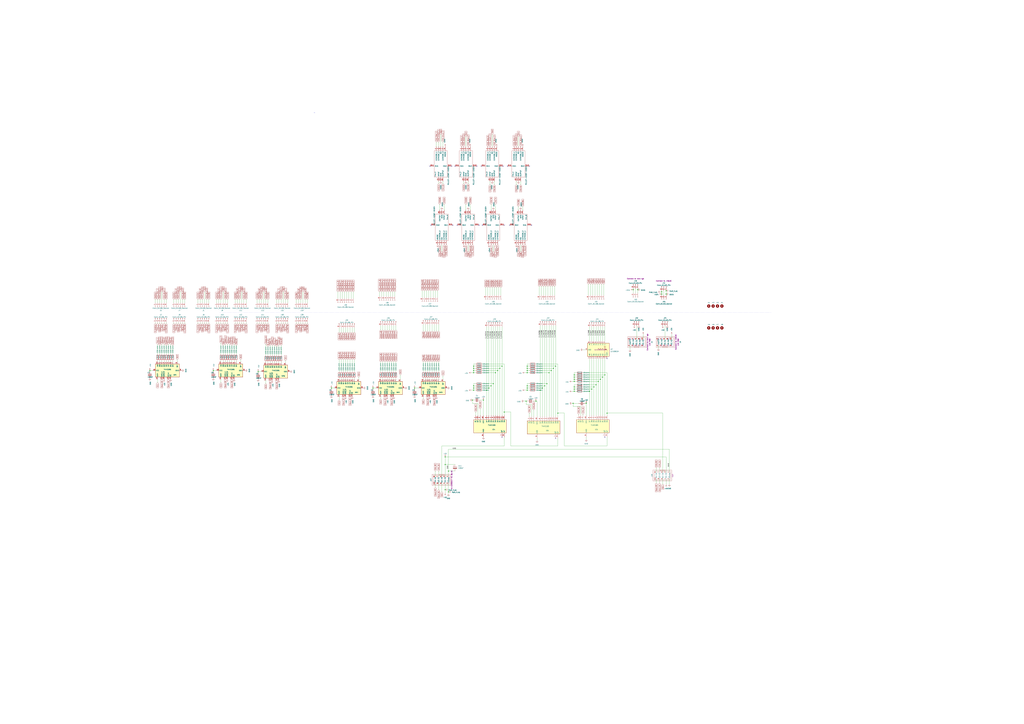
<source format=kicad_sch>
(kicad_sch (version 20230121) (generator eeschema)
  (paper "A0")
  (junction (at 549.91 433.07))
  (junction (at 666.75 438.15))
  (junction (at 612.14 425.45))
  (junction (at 384.81 450.85))
  (junction (at 768.35 341.63))
  (junction (at 433.07 450.85))
  (junction (at 637.54 433.07))
  (junction (at 692.15 447.04))
  (junction (at 612.14 433.07))
  (junction (at 773.43 337.82))
  (junction (at 575.31 433.07))
  (junction (at 549.91 450.85))
  (junction (at 666.75 443.23))
  (junction (at 645.16 425.45))
  (junction (at 773.43 341.63))
  (junction (at 666.75 454.66))
  (junction (at 520.7 547.37))
  (junction (at 548.64 464.82))
  (junction (at 610.87 466.09))
  (junction (at 666.75 435.61))
  (junction (at 580.39 427.99))
  (junction (at 697.23 440.69))
  (junction (at 612.14 430.53))
  (junction (at 640.08 430.53))
  (junction (at 622.3 466.09))
  (junction (at 735.33 336.55))
  (junction (at 665.48 468.63))
  (junction (at 647.7 480.06))
  (junction (at 549.91 425.45))
  (junction (at 612.14 453.39))
  (junction (at 173.99 430.53))
  (junction (at 768.35 339.09))
  (junction (at 520.7 571.5))
  (junction (at 549.91 448.31))
  (junction (at 666.75 440.69))
  (junction (at 684.53 454.66))
  (junction (at 694.69 443.23))
  (junction (at 247.65 430.53))
  (junction (at 549.91 453.39))
  (junction (at 567.69 450.85))
  (junction (at 561.34 464.82))
  (junction (at 299.72 431.8))
  (junction (at 481.33 450.85))
  (junction (at 632.46 448.31))
  (junction (at 549.91 430.53))
  (junction (at 680.72 468.63))
  (junction (at 516.89 530.86))
  (junction (at 689.61 449.58))
  (junction (at 570.23 448.31))
  (junction (at 627.38 453.39))
  (junction (at 572.77 445.77))
  (junction (at 666.75 449.58))
  (junction (at 687.07 452.12))
  (junction (at 612.14 427.99))
  (junction (at 549.91 427.99))
  (junction (at 612.14 448.31))
  (junction (at 565.15 453.39))
  (junction (at 577.85 430.53))
  (junction (at 516.89 539.75))
  (junction (at 516.89 568.96))
  (junction (at 702.31 435.61))
  (junction (at 704.85 480.06))
  (junction (at 585.47 478.79))
  (junction (at 612.14 450.85))
  (junction (at 699.77 438.15))
  (junction (at 642.62 427.99))
  (junction (at 635 445.77))
  (junction (at 666.75 452.12))
  (junction (at 582.93 425.45))
  (junction (at 629.92 450.85))
  (junction (at 740.41 336.55))
  (no_connect (at 585.47 261.62))
  (no_connect (at 499.11 193.04))
  (no_connect (at 704.85 416.56))
  (no_connect (at 553.72 193.04))
  (no_connect (at 746.76 401.32))
  (no_connect (at 524.51 193.04))
  (no_connect (at 584.2 193.04))
  (no_connect (at 530.86 261.62))
  (no_connect (at 589.28 193.04))
  (no_connect (at 735.33 393.7))
  (no_connect (at 528.32 193.04))
  (no_connect (at 558.8 193.04))
  (no_connect (at 560.07 261.62))
  (no_connect (at 768.35 393.7))
  (no_connect (at 768.35 401.32))
  (no_connect (at 556.26 261.62))
  (no_connect (at 775.97 401.32))
  (no_connect (at 779.78 401.32))
  (no_connect (at 772.16 401.32))
  (no_connect (at 702.31 508))
  (no_connect (at 500.38 261.62))
  (no_connect (at 742.95 401.32))
  (no_connect (at 764.54 393.7))
  (no_connect (at 735.33 401.32))
  (no_connect (at 525.78 261.62))
  (no_connect (at 591.82 261.62))
  (no_connect (at 742.95 393.7))
  (no_connect (at 614.68 193.04))
  (no_connect (at 582.93 508))
  (no_connect (at 617.22 261.62))
  (no_connect (at 731.52 393.7))
  (no_connect (at 775.97 393.7))
  (no_connect (at 739.14 401.32))
  (no_connect (at 645.16 509.27))
  (wire (pts (xy 405.13 346.71) (xy 405.13 339.09)))
  (wire (pts (xy 444.5 440.69) (xy 444.5 439.42)))
  (wire (pts (xy 669.29 435.61) (xy 666.75 435.61)))
  (wire (pts (xy 406.4 381) (xy 406.4 386.08)))
  (wire (pts (xy 349.25 347.98) (xy 349.25 351.79)))
  (wire (pts (xy 516.89 561.34) (xy 516.89 568.96)))
  (wire (pts (xy 299.72 433.07) (xy 299.72 431.8)))
  (wire (pts (xy 773.43 341.63) (xy 773.43 342.9)))
  (wire (pts (xy 187.96 374.65) (xy 187.96 375.92)))
  (wire (pts (xy 762 556.26) (xy 762 561.34)))
  (wire (pts (xy 500.38 345.44) (xy 500.38 337.82)))
  (wire (pts (xy 619.76 466.09) (xy 622.3 466.09)))
  (wire (pts (xy 689.61 449.58) (xy 689.61 482.6)))
  (wire (pts (xy 694.69 416.56) (xy 694.69 443.23)))
  (wire (pts (xy 447.04 440.69) (xy 447.04 439.42)))
  (wire (pts (xy 308.61 374.65) (xy 308.61 375.92)))
  (wire (pts (xy 655.32 480.06) (xy 655.32 518.16)))
  (wire (pts (xy 234.95 347.98) (xy 234.95 351.79)))
  (wire (pts (xy 323.85 401.32) (xy 323.85 412.75)))
  (wire (pts (xy 443.23 344.17) (xy 443.23 339.09)))
  (wire (pts (xy 204.47 347.98) (xy 204.47 351.79)))
  (wire (pts (xy 563.88 334.01) (xy 563.88 342.9)))
  (wire (pts (xy 393.7 440.69) (xy 393.7 439.42)))
  (wire (pts (xy 308.61 421.64) (xy 308.61 420.37)))
  (wire (pts (xy 398.78 381) (xy 398.78 386.08)))
  (wire (pts (xy 520.7 547.37) (xy 528.32 547.37)))
  (wire (pts (xy 306.07 339.09) (xy 306.07 351.79)))
  (wire (pts (xy 303.53 347.98) (xy 303.53 351.79)))
  (wire (pts (xy 560.07 425.45) (xy 582.93 425.45)))
  (wire (pts (xy 180.34 347.98) (xy 180.34 351.79)))
  (wire (pts (xy 212.09 347.98) (xy 212.09 351.79)))
  (wire (pts (xy 316.23 401.32) (xy 316.23 412.75)))
  (wire (pts (xy 560.07 450.85) (xy 567.69 450.85)))
  (wire (pts (xy 543.56 284.48) (xy 543.56 292.1)))
  (wire (pts (xy 397.51 346.71) (xy 397.51 339.09)))
  (wire (pts (xy 622.3 425.45) (xy 645.16 425.45)))
  (wire (pts (xy 311.15 347.98) (xy 311.15 351.79)))
  (wire (pts (xy 566.42 334.01) (xy 566.42 342.9)))
  (wire (pts (xy 612.14 433.07) (xy 614.68 433.07)))
  (wire (pts (xy 640.08 430.53) (xy 640.08 483.87)))
  (wire (pts (xy 582.93 379.73) (xy 582.93 425.45)))
  (wire (pts (xy 701.04 330.2) (xy 701.04 342.9)))
  (wire (pts (xy 501.65 377.19) (xy 501.65 384.81)))
  (wire (pts (xy 271.78 420.37) (xy 271.78 419.1)))
  (wire (pts (xy 449.58 431.8) (xy 449.58 420.37)))
  (wire (pts (xy 453.39 344.17) (xy 453.39 339.09)))
  (wire (pts (xy 193.04 401.32) (xy 193.04 411.48)))
  (wire (pts (xy 546.1 243.84) (xy 546.1 237.49)))
  (wire (pts (xy 182.88 374.65) (xy 182.88 375.92)))
  (wire (pts (xy 574.04 334.01) (xy 574.04 342.9)))
  (wire (pts (xy 311.15 402.59) (xy 311.15 412.75)))
  (wire (pts (xy 684.53 379.73) (xy 684.53 396.24)))
  (wire (pts (xy 549.91 450.85) (xy 549.91 453.39)))
  (wire (pts (xy 641.35 332.74) (xy 641.35 342.9)))
  (wire (pts (xy 392.43 346.71) (xy 392.43 339.09)))
  (wire (pts (xy 318.77 421.64) (xy 318.77 420.37)))
  (wire (pts (xy 585.47 422.91) (xy 585.47 478.79)))
  (wire (pts (xy 351.79 339.09) (xy 351.79 351.79)))
  (wire (pts (xy 552.45 422.91) (xy 549.91 422.91)))
  (wire (pts (xy 173.99 430.53) (xy 177.8 430.53)))
  (wire (pts (xy 549.91 430.53) (xy 552.45 430.53)))
  (wire (pts (xy 242.57 374.65) (xy 242.57 375.92)))
  (wire (pts (xy 264.16 400.05) (xy 264.16 411.48)))
  (wire (pts (xy 575.31 243.84) (xy 575.31 237.49)))
  (wire (pts (xy 622.3 422.91) (xy 647.7 422.91)))
  (wire (pts (xy 354.33 347.98) (xy 354.33 351.79)))
  (wire (pts (xy 557.53 464.82) (xy 561.34 464.82)))
  (wire (pts (xy 572.77 482.6) (xy 572.77 445.77)))
  (wire (pts (xy 612.14 427.99) (xy 614.68 427.99)))
  (wire (pts (xy 273.05 374.65) (xy 273.05 375.92)))
  (wire (pts (xy 740.41 335.28) (xy 740.41 336.55)))
  (wire (pts (xy 664.21 443.23) (xy 666.75 443.23)))
  (wire (pts (xy 447.04 431.8) (xy 447.04 420.37)))
  (wire (pts (xy 334.01 374.65) (xy 334.01 375.92)))
  (wire (pts (xy 195.58 420.37) (xy 195.58 419.1)))
  (wire (pts (xy 449.58 378.46) (xy 449.58 383.54)))
  (wire (pts (xy 299.72 431.8) (xy 303.53 431.8)))
  (wire (pts (xy 403.86 431.8) (xy 403.86 417.83)))
  (wire (pts (xy 400.05 346.71) (xy 400.05 339.09)))
  (wire (pts (xy 698.5 330.2) (xy 698.5 342.9)))
  (wire (pts (xy 560.07 422.91) (xy 585.47 422.91)))
  (wire (pts (xy 560.07 430.53) (xy 577.85 430.53)))
  (wire (pts (xy 676.91 447.04) (xy 692.15 447.04)))
  (wire (pts (xy 637.54 378.46) (xy 637.54 433.07)))
  (wire (pts (xy 635 378.46) (xy 635 445.77)))
  (wire (pts (xy 261.62 374.65) (xy 261.62 375.92)))
  (wire (pts (xy 676.91 440.69) (xy 697.23 440.69)))
  (wire (pts (xy 612.14 450.85) (xy 612.14 453.39)))
  (wire (pts (xy 585.47 508) (xy 585.47 518.16)))
  (wire (pts (xy 513.08 518.16) (xy 585.47 518.16)))
  (wire (pts (xy 384.81 452.12) (xy 384.81 450.85)))
  (wire (pts (xy 494.03 440.69) (xy 494.03 439.42)))
  (wire (pts (xy 264.16 420.37) (xy 264.16 419.1)))
  (wire (pts (xy 234.95 374.65) (xy 234.95 375.92)))
  (wire (pts (xy 240.03 374.65) (xy 240.03 375.92)))
  (wire (pts (xy 497.84 345.44) (xy 497.84 337.82)))
  (wire (pts (xy 635 445.77) (xy 635 483.87)))
  (wire (pts (xy 326.39 401.32) (xy 326.39 412.75)))
  (wire (pts (xy 549.91 427.99) (xy 552.45 427.99)))
  (wire (pts (xy 321.31 402.59) (xy 321.31 412.75)))
  (wire (pts (xy 702.31 416.56) (xy 702.31 435.61)))
  (wire (pts (xy 499.11 440.69) (xy 499.11 439.42)))
  (wire (pts (xy 552.45 445.77) (xy 549.91 445.77)))
  (wire (pts (xy 647.7 518.16) (xy 647.7 509.27)))
  (wire (pts (xy 626.11 332.74) (xy 626.11 342.9)))
  (wire (pts (xy 549.91 453.39) (xy 552.45 453.39)))
  (wire (pts (xy 499.11 377.19) (xy 499.11 384.81)))
  (wire (pts (xy 198.12 420.37) (xy 198.12 419.1)))
  (wire (pts (xy 631.19 332.74) (xy 631.19 342.9)))
  (wire (pts (xy 506.73 431.8) (xy 506.73 420.37)))
  (wire (pts (xy 702.31 435.61) (xy 702.31 482.6)))
  (wire (pts (xy 328.93 374.65) (xy 328.93 375.92)))
  (wire (pts (xy 549.91 433.07) (xy 547.37 433.07)))
  (wire (pts (xy 452.12 378.46) (xy 452.12 383.54)))
  (wire (pts (xy 765.81 543.56) (xy 765.81 548.64)))
  (wire (pts (xy 454.66 431.8) (xy 454.66 420.37)))
  (wire (pts (xy 593.09 518.16) (xy 647.7 518.16)))
  (wire (pts (xy 402.59 346.71) (xy 402.59 339.09)))
  (wire (pts (xy 411.48 381) (xy 411.48 386.08)))
  (wire (pts (xy 406.4 440.69) (xy 406.4 439.42)))
  (wire (pts (xy 214.63 374.65) (xy 214.63 375.92)))
  (wire (pts (xy 398.78 440.69) (xy 398.78 439.42)))
  (wire (pts (xy 561.34 464.82) (xy 561.34 482.6)))
  (wire (pts (xy 543.56 213.36) (xy 543.56 210.82)))
  (wire (pts (xy 687.07 379.73) (xy 687.07 396.24)))
  (wire (pts (xy 204.47 374.65) (xy 204.47 375.92)))
  (wire (pts (xy 570.23 243.84) (xy 570.23 237.49)))
  (wire (pts (xy 640.08 378.46) (xy 640.08 430.53)))
  (wire (pts (xy 491.49 440.69) (xy 491.49 439.42)))
  (wire (pts (xy 403.86 440.69) (xy 403.86 439.42)))
  (wire (pts (xy 739.14 378.46) (xy 739.14 393.7)))
  (wire (pts (xy 585.47 478.79) (xy 585.47 482.6)))
  (wire (pts (xy 308.61 400.05) (xy 308.61 412.75)))
  (wire (pts (xy 685.8 330.2) (xy 685.8 342.9)))
  (wire (pts (xy 269.24 420.37) (xy 269.24 419.1)))
  (wire (pts (xy 612.14 425.45) (xy 612.14 427.99)))
  (wire (pts (xy 622.3 445.77) (xy 635 445.77)))
  (wire (pts (xy 645.16 378.46) (xy 645.16 425.45)))
  (wire (pts (xy 572.77 292.1) (xy 572.77 284.48)))
  (wire (pts (xy 311.15 374.65) (xy 311.15 375.92)))
  (wire (pts (xy 610.87 469.9) (xy 617.22 469.9)))
  (wire (pts (xy 557.53 474.98) (xy 557.53 482.6)))
  (wire (pts (xy 666.75 454.66) (xy 664.21 454.66)))
  (wire (pts (xy 601.98 243.84) (xy 601.98 240.03)))
  (wire (pts (xy 622.3 430.53) (xy 640.08 430.53)))
  (wire (pts (xy 704.85 518.16) (xy 655.32 518.16)))
  (wire (pts (xy 769.62 480.06) (xy 769.62 548.64)))
  (wire (pts (xy 408.94 440.69) (xy 408.94 439.42)))
  (wire (pts (xy 655.32 480.06) (xy 647.7 480.06)))
  (wire (pts (xy 687.07 416.56) (xy 687.07 452.12)))
  (wire (pts (xy 704.85 433.07) (xy 704.85 480.06)))
  (wire (pts (xy 182.88 420.37) (xy 182.88 419.1)))
  (wire (pts (xy 326.39 347.98) (xy 326.39 351.79)))
  (wire (pts (xy 614.68 422.91) (xy 612.14 422.91)))
  (wire (pts (xy 697.23 440.69) (xy 697.23 482.6)))
  (wire (pts (xy 704.85 518.16) (xy 704.85 508)))
  (wire (pts (xy 692.15 447.04) (xy 692.15 482.6)))
  (wire (pts (xy 541.02 243.84) (xy 541.02 237.49)))
  (wire (pts (xy 676.91 454.66) (xy 684.53 454.66)))
  (wire (pts (xy 547.37 453.39) (xy 549.91 453.39)))
  (wire (pts (xy 182.88 347.98) (xy 182.88 351.79)))
  (wire (pts (xy 516.89 530.86) (xy 516.89 539.75)))
  (wire (pts (xy 195.58 400.05) (xy 195.58 411.48)))
  (wire (pts (xy 326.39 421.64) (xy 326.39 420.37)))
  (wire (pts (xy 285.75 347.98) (xy 285.75 351.79)))
  (wire (pts (xy 549.91 445.77) (xy 549.91 448.31)))
  (wire (pts (xy 773.43 530.86) (xy 773.43 548.64)))
  (wire (pts (xy 669.29 440.69) (xy 666.75 440.69)))
  (wire (pts (xy 612.14 422.91) (xy 612.14 425.45)))
  (wire (pts (xy 538.48 210.82) (xy 538.48 213.36)))
  (wire (pts (xy 274.32 401.32) (xy 274.32 411.48)))
  (wire (pts (xy 459.74 378.46) (xy 459.74 383.54)))
  (wire (pts (xy 278.13 374.65) (xy 278.13 375.92)))
  (wire (pts (xy 232.41 374.65) (xy 232.41 375.92)))
  (wire (pts (xy 623.57 466.09) (xy 623.57 483.87)))
  (wire (pts (xy 614.68 445.77) (xy 612.14 445.77)))
  (wire (pts (xy 666.75 438.15) (xy 666.75 440.69)))
  (wire (pts (xy 496.57 377.19) (xy 496.57 384.81)))
  (wire (pts (xy 394.97 346.71) (xy 394.97 339.09)))
  (wire (pts (xy 604.52 292.1) (xy 604.52 284.48)))
  (wire (pts (xy 514.35 210.82) (xy 514.35 213.36)))
  (wire (pts (xy 408.94 381) (xy 408.94 386.08)))
  (wire (pts (xy 261.62 347.98) (xy 261.62 351.79)))
  (wire (pts (xy 237.49 339.09) (xy 237.49 351.79)))
  (wire (pts (xy 502.92 345.44) (xy 502.92 337.82)))
  (wire (pts (xy 454.66 378.46) (xy 454.66 383.54)))
  (wire (pts (xy 699.77 416.56) (xy 699.77 438.15)))
  (wire (pts (xy 694.69 379.73) (xy 694.69 396.24)))
  (wire (pts (xy 669.29 447.04) (xy 666.75 447.04)))
  (wire (pts (xy 692.15 416.56) (xy 692.15 447.04)))
  (wire (pts (xy 582.93 425.45) (xy 582.93 482.6)))
  (wire (pts (xy 275.59 347.98) (xy 275.59 351.79)))
  (wire (pts (xy 560.07 453.39) (xy 565.15 453.39)))
  (wire (pts (xy 520.7 521.97) (xy 520.7 547.37)))
  (wire (pts (xy 416.56 440.69) (xy 416.56 438.15)))
  (wire (pts (xy 237.49 374.65) (xy 237.49 375.92)))
  (wire (pts (xy 396.24 381) (xy 396.24 386.08)))
  (wire (pts (xy 261.62 400.05) (xy 261.62 411.48)))
  (wire (pts (xy 240.03 347.98) (xy 240.03 351.79)))
  (wire (pts (xy 504.19 377.19) (xy 504.19 384.81)))
  (wire (pts (xy 768.35 337.82) (xy 768.35 339.09)))
  (wire (pts (xy 501.65 440.69) (xy 501.65 439.42)))
  (wire (pts (xy 702.31 379.73) (xy 702.31 396.24)))
  (wire (pts (xy 579.12 334.01) (xy 579.12 342.9)))
  (wire (pts (xy 680.72 468.63) (xy 680.72 482.6)))
  (wire (pts (xy 574.04 214.63) (xy 574.04 210.82)))
  (wire (pts (xy 193.04 347.98) (xy 193.04 351.79)))
  (wire (pts (xy 676.91 481.33) (xy 676.91 482.6)))
  (wire (pts (xy 444.5 431.8) (xy 444.5 420.37)))
  (wire (pts (xy 768.35 339.09) (xy 768.35 341.63)))
  (wire (pts (xy 666.75 454.66) (xy 669.29 454.66)))
  (wire (pts (xy 666.75 440.69) (xy 666.75 443.23)))
  (wire (pts (xy 683.26 330.2) (xy 683.26 342.9)))
  (wire (pts (xy 516.89 539.75) (xy 528.32 539.75)))
  (wire (pts (xy 548.64 464.82) (xy 548.64 468.63)))
  (wire (pts (xy 198.12 400.05) (xy 198.12 411.48)))
  (wire (pts (xy 612.14 430.53) (xy 612.14 433.07)))
  (wire (pts (xy 251.46 374.65) (xy 251.46 375.92)))
  (wire (pts (xy 491.49 377.19) (xy 491.49 384.81)))
  (wire (pts (xy 769.62 556.26) (xy 769.62 562.61)))
  (wire (pts (xy 609.6 433.07) (xy 612.14 433.07)))
  (wire (pts (xy 401.32 381) (xy 401.32 386.08)))
  (wire (pts (xy 676.91 452.12) (xy 687.07 452.12)))
  (wire (pts (xy 458.47 344.17) (xy 458.47 339.09)))
  (wire (pts (xy 491.49 463.55) (xy 491.49 461.01)))
  (wire (pts (xy 737.87 335.28) (xy 737.87 340.36)))
  (wire (pts (xy 494.03 431.8) (xy 494.03 420.37)))
  (wire (pts (xy 396.24 431.8) (xy 396.24 417.83)))
  (wire (pts (xy 300.99 374.65) (xy 300.99 375.92)))
  (wire (pts (xy 440.69 344.17) (xy 440.69 339.09)))
  (wire (pts (xy 568.96 210.82) (xy 568.96 214.63)))
  (wire (pts (xy 629.92 378.46) (xy 629.92 450.85)))
  (wire (pts (xy 313.69 421.64) (xy 313.69 420.37)))
  (wire (pts (xy 676.91 438.15) (xy 699.77 438.15)))
  (wire (pts (xy 767.08 339.09) (xy 768.35 339.09)))
  (wire (pts (xy 321.31 347.98) (xy 321.31 351.79)))
  (wire (pts (xy 323.85 347.98) (xy 323.85 351.79)))
  (wire (pts (xy 326.39 374.65) (xy 326.39 375.92)))
  (wire (pts (xy 622.3 453.39) (xy 627.38 453.39)))
  (wire (pts (xy 433.07 450.85) (xy 436.88 450.85)))
  (wire (pts (xy 666.75 449.58) (xy 669.29 449.58)))
  (wire (pts (xy 269.24 401.32) (xy 269.24 411.48)))
  (wire (pts (xy 647.7 422.91) (xy 647.7 480.06)))
  (wire (pts (xy 398.78 431.8) (xy 398.78 417.83)))
  (wire (pts (xy 384.81 450.85) (xy 388.62 450.85)))
  (wire (pts (xy 344.17 374.65) (xy 344.17 375.92)))
  (wire (pts (xy 684.53 454.66) (xy 684.53 482.6)))
  (wire (pts (xy 185.42 401.32) (xy 185.42 411.48)))
  (wire (pts (xy 496.57 431.8) (xy 496.57 420.37)))
  (wire (pts (xy 396.24 440.69) (xy 396.24 439.42)))
  (wire (pts (xy 393.7 381) (xy 393.7 386.08)))
  (wire (pts (xy 509.27 431.8) (xy 509.27 420.37)))
  (wire (pts (xy 452.12 431.8) (xy 452.12 420.37)))
  (wire (pts (xy 515.62 243.84) (xy 515.62 237.49)))
  (wire (pts (xy 494.03 377.19) (xy 494.03 384.81)))
  (wire (pts (xy 212.09 374.65) (xy 212.09 375.92)))
  (wire (pts (xy 676.91 443.23) (xy 694.69 443.23)))
  (wire (pts (xy 622.3 433.07) (xy 637.54 433.07)))
  (wire (pts (xy 699.77 438.15) (xy 699.77 482.6)))
  (wire (pts (xy 689.61 416.56) (xy 689.61 449.58)))
  (wire (pts (xy 704.85 480.06) (xy 769.62 480.06)))
  (wire (pts (xy 576.58 334.01) (xy 576.58 342.9)))
  (wire (pts (xy 306.07 374.65) (xy 306.07 375.92)))
  (wire (pts (xy 201.93 374.65) (xy 201.93 375.92)))
  (wire (pts (xy 549.91 422.91) (xy 549.91 425.45)))
  (wire (pts (xy 666.75 435.61) (xy 666.75 438.15)))
  (wire (pts (xy 408.94 431.8) (xy 408.94 417.83)))
  (wire (pts (xy 328.93 339.09) (xy 328.93 351.79)))
  (wire (pts (xy 516.89 568.96) (xy 516.89 572.77)))
  (wire (pts (xy 575.31 379.73) (xy 575.31 433.07)))
  (wire (pts (xy 509.27 210.82) (xy 509.27 213.36)))
  (wire (pts (xy 280.67 374.65) (xy 280.67 375.92)))
  (wire (pts (xy 604.52 210.82) (xy 604.52 214.63)))
  (wire (pts (xy 247.65 430.53) (xy 251.46 430.53)))
  (wire (pts (xy 499.11 431.8) (xy 499.11 420.37)))
  (wire (pts (xy 464.82 440.69) (xy 464.82 435.61)))
  (wire (pts (xy 490.22 345.44) (xy 490.22 337.82)))
  (wire (pts (xy 773.43 337.82) (xy 773.43 341.63)))
  (wire (pts (xy 256.54 398.78) (xy 256.54 411.48)))
  (wire (pts (xy 647.7 480.06) (xy 647.7 483.87)))
  (wire (pts (xy 572.77 379.73) (xy 572.77 445.77)))
  (wire (pts (xy 735.33 335.28) (xy 735.33 336.55)))
  (wire (pts (xy 259.08 374.65) (xy 259.08 375.92)))
  (wire (pts (xy 459.74 431.8) (xy 459.74 420.37)))
  (wire (pts (xy 283.21 374.65) (xy 283.21 375.92)))
  (wire (pts (xy 731.52 406.4) (xy 731.52 401.32)))
  (wire (pts (xy 552.45 482.6) (xy 552.45 478.79)))
  (wire (pts (xy 669.29 438.15) (xy 666.75 438.15)))
  (wire (pts (xy 520.7 547.37) (xy 520.7 553.72)))
  (wire (pts (xy 567.69 379.73) (xy 567.69 450.85)))
  (wire (pts (xy 193.04 420.37) (xy 193.04 419.1)))
  (wire (pts (xy 679.45 468.63) (xy 680.72 468.63)))
  (wire (pts (xy 549.91 450.85) (xy 552.45 450.85)))
  (wire (pts (xy 633.73 332.74) (xy 633.73 342.9)))
  (wire (pts (xy 610.87 466.09) (xy 610.87 469.9)))
  (wire (pts (xy 271.78 400.05) (xy 271.78 411.48)))
  (wire (pts (xy 275.59 374.65) (xy 275.59 375.92)))
  (wire (pts (xy 298.45 374.65) (xy 298.45 375.92)))
  (wire (pts (xy 612.14 425.45) (xy 614.68 425.45)))
  (wire (pts (xy 283.21 347.98) (xy 283.21 351.79)))
  (wire (pts (xy 492.76 345.44) (xy 492.76 337.82)))
  (wire (pts (xy 318.77 401.32) (xy 318.77 412.75)))
  (wire (pts (xy 610.87 466.09) (xy 612.14 466.09)))
  (wire (pts (xy 607.06 243.84) (xy 607.06 240.03)))
  (wire (pts (xy 560.07 433.07) (xy 575.31 433.07)))
  (wire (pts (xy 278.13 347.98) (xy 278.13 351.79)))
  (wire (pts (xy 504.19 431.8) (xy 504.19 420.37)))
  (wire (pts (xy 628.65 332.74) (xy 628.65 342.9)))
  (wire (pts (xy 577.85 379.73) (xy 577.85 430.53)))
  (wire (pts (xy 612.14 450.85) (xy 614.68 450.85)))
  (wire (pts (xy 254 347.98) (xy 254 351.79)))
  (wire (pts (xy 690.88 330.2) (xy 690.88 342.9)))
  (wire (pts (xy 459.74 440.69) (xy 459.74 439.42)))
  (wire (pts (xy 704.85 480.06) (xy 704.85 482.6)))
  (wire (pts (xy 313.69 401.32) (xy 313.69 412.75)))
  (wire (pts (xy 674.37 482.6) (xy 674.37 472.44)))
  (wire (pts (xy 411.48 440.69) (xy 411.48 439.42)))
  (wire (pts (xy 623.57 511.81) (xy 623.57 509.27)))
  (wire (pts (xy 779.78 393.7) (xy 779.78 388.62)))
  (wire (pts (xy 609.6 453.39) (xy 612.14 453.39)))
  (polyline (pts (xy 364.49 130.81) (xy 365.76 130.81)))
  (wire (pts (xy 549.91 448.31) (xy 552.45 448.31)))
  (wire (pts (xy 777.24 556.26) (xy 777.24 562.61)))
  (wire (pts (xy 200.66 420.37) (xy 200.66 419.1)))
  (wire (pts (xy 259.08 420.37) (xy 259.08 419.1)))
  (wire (pts (xy 351.79 374.65) (xy 351.79 375.92)))
  (wire (pts (xy 506.73 165.1) (xy 506.73 170.18)))
  (wire (pts (xy 548.64 468.63) (xy 554.99 468.63)))
  (wire (pts (xy 762 543.56) (xy 762 548.64)))
  (wire (pts (xy 264.16 374.65) (xy 264.16 375.92)))
  (wire (pts (xy 182.88 400.05) (xy 182.88 411.48)))
  (wire (pts (xy 457.2 378.46) (xy 457.2 383.54)))
  (wire (pts (xy 354.33 374.65) (xy 354.33 375.92)))
  (wire (pts (xy 316.23 421.64) (xy 316.23 420.37)))
  (wire (pts (xy 666.75 452.12) (xy 666.75 454.66)))
  (wire (pts (xy 765.81 556.26) (xy 765.81 561.34)))
  (wire (pts (xy 229.87 374.65) (xy 229.87 375.92)))
  (wire (pts (xy 264.16 347.98) (xy 264.16 351.79)))
  (wire (pts (xy 689.61 379.73) (xy 689.61 396.24)))
  (wire (pts (xy 632.46 378.46) (xy 632.46 448.31)))
  (wire (pts (xy 509.27 561.34) (xy 509.27 568.96)))
  (wire (pts (xy 407.67 346.71) (xy 407.67 339.09)))
  (wire (pts (xy 280.67 339.09) (xy 280.67 351.79)))
  (wire (pts (xy 200.66 401.32) (xy 200.66 411.48)))
  (wire (pts (xy 669.29 433.07) (xy 666.75 433.07)))
  (wire (pts (xy 735.33 336.55) (xy 735.33 340.36)))
  (wire (pts (xy 229.87 347.98) (xy 229.87 351.79)))
  (wire (pts (xy 676.91 406.4) (xy 679.45 406.4)))
  (wire (pts (xy 671.83 482.6) (xy 671.83 481.33)))
  (wire (pts (xy 346.71 347.98) (xy 346.71 351.79)))
  (wire (pts (xy 617.22 469.9) (xy 617.22 483.87)))
  (wire (pts (xy 549.91 425.45) (xy 552.45 425.45)))
  (wire (pts (xy 481.33 450.85) (xy 486.41 450.85)))
  (wire (pts (xy 567.69 450.85) (xy 567.69 482.6)))
  (wire (pts (xy 580.39 427.99) (xy 580.39 482.6)))
  (wire (pts (xy 300.99 347.98) (xy 300.99 351.79)))
  (wire (pts (xy 254 374.65) (xy 254 375.92)))
  (wire (pts (xy 256.54 420.37) (xy 256.54 419.1)))
  (wire (pts (xy 173.99 431.8) (xy 173.99 430.53)))
  (wire (pts (xy 697.23 416.56) (xy 697.23 440.69)))
  (wire (pts (xy 676.91 433.07) (xy 704.85 433.07)))
  (wire (pts (xy 571.5 334.01) (xy 571.5 342.9)))
  (wire (pts (xy 185.42 374.65) (xy 185.42 375.92)))
  (wire (pts (xy 516.89 539.75) (xy 516.89 553.72)))
  (wire (pts (xy 697.23 379.73) (xy 697.23 396.24)))
  (wire (pts (xy 513.08 561.34) (xy 513.08 571.5)))
  (wire (pts (xy 687.07 452.12) (xy 687.07 482.6)))
  (wire (pts (xy 768.35 341.63) (xy 768.35 342.9)))
  (wire (pts (xy 187.96 420.37) (xy 187.96 419.1)))
  (wire (pts (xy 506.73 377.19) (xy 506.73 384.81)))
  (wire (pts (xy 448.31 344.17) (xy 448.31 339.09)))
  (wire (pts (xy 612.14 453.39) (xy 614.68 453.39)))
  (wire (pts (xy 256.54 444.5) (xy 256.54 440.69)))
  (wire (pts (xy 504.19 440.69) (xy 504.19 439.42)))
  (wire (pts (xy 323.85 421.64) (xy 323.85 420.37)))
  (wire (pts (xy 207.01 347.98) (xy 207.01 351.79)))
  (wire (pts (xy 445.77 344.17) (xy 445.77 339.09)))
  (wire (pts (xy 501.65 431.8) (xy 501.65 420.37)))
  (wire (pts (xy 554.99 468.63) (xy 554.99 482.6)))
  (wire (pts (xy 441.96 378.46) (xy 441.96 383.54)))
  (wire (pts (xy 520.7 561.34) (xy 520.7 571.5)))
  (wire (pts (xy 256.54 374.65) (xy 256.54 375.92)))
  (wire (pts (xy 570.23 448.31) (xy 570.23 482.6)))
  (wire (pts (xy 450.85 344.17) (xy 450.85 339.09)))
  (wire (pts (xy 346.71 374.65) (xy 346.71 375.92)))
  (wire (pts (xy 185.42 420.37) (xy 185.42 419.1)))
  (wire (pts (xy 457.2 431.8) (xy 457.2 420.37)))
  (wire (pts (xy 770.89 337.82) (xy 770.89 342.9)))
  (wire (pts (xy 645.16 425.45) (xy 645.16 483.87)))
  (wire (pts (xy 187.96 339.09) (xy 187.96 351.79)))
  (wire (pts (xy 334.01 347.98) (xy 334.01 351.79)))
  (wire (pts (xy 207.01 374.65) (xy 207.01 375.92)))
  (wire (pts (xy 331.47 421.64) (xy 331.47 419.1)))
  (wire (pts (xy 505.46 547.37) (xy 505.46 553.72)))
  (wire (pts (xy 764.54 405.13) (xy 764.54 401.32)))
  (wire (pts (xy 666.75 443.23) (xy 669.29 443.23)))
  (wire (pts (xy 565.15 379.73) (xy 565.15 453.39)))
  (wire (pts (xy 636.27 332.74) (xy 636.27 342.9)))
  (wire (pts (xy 666.75 433.07) (xy 666.75 435.61)))
  (wire (pts (xy 209.55 339.09) (xy 209.55 351.79)))
  (wire (pts (xy 688.34 330.2) (xy 688.34 342.9)))
  (wire (pts (xy 452.12 440.69) (xy 452.12 439.42)))
  (wire (pts (xy 447.04 378.46) (xy 447.04 383.54)))
  (wire (pts (xy 622.3 450.85) (xy 629.92 450.85)))
  (wire (pts (xy 457.2 440.69) (xy 457.2 439.42)))
  (wire (pts (xy 612.14 448.31) (xy 612.14 450.85)))
  (wire (pts (xy 581.66 334.01) (xy 581.66 342.9)))
  (wire (pts (xy 505.46 345.44) (xy 505.46 337.82)))
  (wire (pts (xy 577.85 482.6) (xy 577.85 430.53)))
  (wire (pts (xy 674.37 472.44) (xy 665.48 472.44)))
  (wire (pts (xy 575.31 433.07) (xy 575.31 482.6)))
  (wire (pts (xy 568.96 334.01) (xy 568.96 342.9)))
  (wire (pts (xy 441.96 431.8) (xy 441.96 420.37)))
  (wire (pts (xy 680.72 468.63) (xy 680.72 464.82)))
  (wire (pts (xy 251.46 347.98) (xy 251.46 351.79)))
  (wire (pts (xy 773.43 556.26) (xy 773.43 562.61)))
  (wire (pts (xy 496.57 440.69) (xy 496.57 439.42)))
  (wire (pts (xy 549.91 433.07) (xy 552.45 433.07)))
  (wire (pts (xy 256.54 347.98) (xy 256.54 351.79)))
  (wire (pts (xy 643.89 332.74) (xy 643.89 342.9)))
  (wire (pts (xy 612.14 448.31) (xy 614.68 448.31)))
  (wire (pts (xy 433.07 452.12) (xy 433.07 450.85)))
  (wire (pts (xy 331.47 347.98) (xy 331.47 351.79)))
  (wire (pts (xy 308.61 347.98) (xy 308.61 351.79)))
  (wire (pts (xy 509.27 377.19) (xy 509.27 384.81)))
  (wire (pts (xy 509.27 440.69) (xy 509.27 439.42)))
  (wire (pts (xy 344.17 347.98) (xy 344.17 351.79)))
  (wire (pts (xy 506.73 440.69) (xy 506.73 439.42)))
  (wire (pts (xy 441.96 463.55) (xy 441.96 461.01)))
  (wire (pts (xy 349.25 374.65) (xy 349.25 375.92)))
  (wire (pts (xy 516.89 530.86) (xy 773.43 530.86)))
  (wire (pts (xy 481.33 452.12) (xy 481.33 450.85)))
  (wire (pts (xy 627.38 378.46) (xy 627.38 453.39)))
  (wire (pts (xy 692.15 379.73) (xy 692.15 396.24)))
  (wire (pts (xy 331.47 374.65) (xy 331.47 375.92)))
  (wire (pts (xy 185.42 347.98) (xy 185.42 351.79)))
  (polyline (pts (xy 255.27 363.22) (xy 895.35 363.22)) (stroke (width 0) (type dot)))
  (wire (pts (xy 308.61 445.77) (xy 308.61 441.96)))
  (wire (pts (xy 549.91 425.45) (xy 549.91 427.99)))
  (wire (pts (xy 285.75 374.65) (xy 285.75 375.92)))
  (wire (pts (xy 671.83 468.63) (xy 665.48 468.63)))
  (wire (pts (xy 406.4 431.8) (xy 406.4 417.83)))
  (wire (pts (xy 495.3 345.44) (xy 495.3 337.82)))
  (wire (pts (xy 680.72 508) (xy 680.72 510.54)))
  (wire (pts (xy 619.76 476.25) (xy 619.76 483.87)))
  (wire (pts (xy 627.38 453.39) (xy 627.38 483.87)))
  (wire (pts (xy 201.93 347.98) (xy 201.93 351.79)))
  (wire (pts (xy 182.88 444.5) (xy 182.88 440.69)))
  (wire (pts (xy 638.81 332.74) (xy 638.81 342.9)))
  (wire (pts (xy 190.5 374.65) (xy 190.5 375.92)))
  (wire (pts (xy 321.31 421.64) (xy 321.31 420.37)))
  (wire (pts (xy 510.54 243.84) (xy 510.54 237.49)))
  (wire (pts (xy 505.46 561.34) (xy 505.46 566.42)))
  (wire (pts (xy 772.16 378.46) (xy 772.16 393.7)))
  (wire (pts (xy 259.08 401.32) (xy 259.08 411.48)))
  (wire (pts (xy 642.62 427.99) (xy 642.62 483.87)))
  (wire (pts (xy 205.74 420.37) (xy 205.74 417.83)))
  (wire (pts (xy 508 345.44) (xy 508 337.82)))
  (wire (pts (xy 410.21 346.71) (xy 410.21 339.09)))
  (wire (pts (xy 746.76 393.7) (xy 746.76 388.62)))
  (wire (pts (xy 520.7 521.97) (xy 777.24 521.97)))
  (wire (pts (xy 549.91 427.99) (xy 549.91 430.53)))
  (wire (pts (xy 684.53 416.56) (xy 684.53 454.66)))
  (wire (pts (xy 190.5 400.05) (xy 190.5 411.48)))
  (wire (pts (xy 601.98 158.75) (xy 601.98 170.18)))
  (wire (pts (xy 665.48 468.63) (xy 665.48 472.44)))
  (wire (pts (xy 642.62 378.46) (xy 642.62 427.99)))
  (wire (pts (xy 514.35 165.1) (xy 514.35 170.18)))
  (wire (pts (xy 311.15 421.64) (xy 311.15 420.37)))
  (wire (pts (xy 509.27 547.37) (xy 509.27 553.72)))
  (wire (pts (xy 571.5 156.21) (xy 571.5 170.18)))
  (wire (pts (xy 242.57 347.98) (xy 242.57 351.79)))
  (wire (pts (xy 411.48 431.8) (xy 411.48 417.83)))
  (wire (pts (xy 629.92 450.85) (xy 629.92 483.87)))
  (wire (pts (xy 560.07 427.99) (xy 580.39 427.99)))
  (wire (pts (xy 180.34 374.65) (xy 180.34 375.92)))
  (wire (pts (xy 676.91 449.58) (xy 689.61 449.58)))
  (wire (pts (xy 666.75 447.04) (xy 666.75 449.58)))
  (wire (pts (xy 541.02 170.18) (xy 541.02 158.75)))
  (wire (pts (xy 491.49 431.8) (xy 491.49 420.37)))
  (wire (pts (xy 565.15 453.39) (xy 565.15 482.6)))
  (wire (pts (xy 560.07 448.31) (xy 570.23 448.31)))
  (wire (pts (xy 614.68 483.87) (xy 614.68 480.06)))
  (wire (pts (xy 247.65 431.8) (xy 247.65 430.53)))
  (wire (pts (xy 637.54 433.07) (xy 637.54 483.87)))
  (wire (pts (xy 666.75 449.58) (xy 666.75 452.12)))
  (wire (pts (xy 694.69 443.23) (xy 694.69 482.6)))
  (wire (pts (xy 403.86 381) (xy 403.86 386.08)))
  (wire (pts (xy 511.81 156.21) (xy 511.81 170.18)))
  (wire (pts (xy 676.91 435.61) (xy 702.31 435.61)))
  (wire (pts (xy 190.5 420.37) (xy 190.5 419.1)))
  (wire (pts (xy 303.53 374.65) (xy 303.53 375.92)))
  (wire (pts (xy 632.46 448.31) (xy 632.46 483.87)))
  (wire (pts (xy 585.47 478.79) (xy 593.09 478.79)))
  (wire (pts (xy 323.85 374.65) (xy 323.85 375.92)))
  (wire (pts (xy 279.4 420.37) (xy 279.4 417.83)))
  (wire (pts (xy 187.96 400.05) (xy 187.96 411.48)))
  (wire (pts (xy 393.7 431.8) (xy 393.7 417.83)))
  (wire (pts (xy 455.93 344.17) (xy 455.93 339.09)))
  (wire (pts (xy 214.63 347.98) (xy 214.63 351.79)))
  (wire (pts (xy 612.14 445.77) (xy 612.14 448.31)))
  (wire (pts (xy 259.08 339.09) (xy 259.08 351.79)))
  (wire (pts (xy 599.44 210.82) (xy 599.44 214.63)))
  (wire (pts (xy 298.45 347.98) (xy 298.45 351.79)))
  (wire (pts (xy 740.41 336.55) (xy 740.41 340.36)))
  (wire (pts (xy 549.91 430.53) (xy 549.91 433.07)))
  (wire (pts (xy 509.27 165.1) (xy 509.27 170.18)))
  (wire (pts (xy 699.77 379.73) (xy 699.77 396.24)))
  (wire (pts (xy 356.87 347.98) (xy 356.87 351.79)))
  (wire (pts (xy 593.09 478.79) (xy 593.09 518.16)))
  (wire (pts (xy 401.32 440.69) (xy 401.32 439.42)))
  (wire (pts (xy 449.58 440.69) (xy 449.58 439.42)))
  (wire (pts (xy 193.04 374.65) (xy 193.04 375.92)))
  (wire (pts (xy 273.05 347.98) (xy 273.05 351.79)))
  (wire (pts (xy 393.7 464.82) (xy 393.7 461.01)))
  (wire (pts (xy 612.14 430.53) (xy 614.68 430.53)))
  (wire (pts (xy 232.41 347.98) (xy 232.41 351.79)))
  (wire (pts (xy 513.08 518.16) (xy 513.08 553.72)))
  (wire (pts (xy 190.5 347.98) (xy 190.5 351.79)))
  (wire (pts (xy 266.7 400.05) (xy 266.7 411.48)))
  (wire (pts (xy 665.48 468.63) (xy 664.21 468.63)))
  (wire (pts (xy 580.39 379.73) (xy 580.39 427.99)))
  (wire (pts (xy 513.08 284.48) (xy 513.08 292.1)))
  (wire (pts (xy 693.42 330.2) (xy 693.42 342.9)))
  (wire (pts (xy 520.7 571.5) (xy 520.7 574.04)))
  (wire (pts (xy 261.62 420.37) (xy 261.62 419.1)))
  (wire (pts (xy 209.55 374.65) (xy 209.55 375.92)))
  (wire (pts (xy 777.24 521.97) (xy 777.24 548.64)))
  (wire (pts (xy 356.87 374.65) (xy 356.87 375.92)))
  (wire (pts (xy 266.7 420.37) (xy 266.7 419.1)))
  (wire (pts (xy 401.32 431.8) (xy 401.32 417.83)))
  (wire (pts (xy 608.33 466.09) (xy 610.87 466.09)))
  (wire (pts (xy 570.23 379.73) (xy 570.23 448.31)))
  (wire (pts (xy 622.3 427.99) (xy 642.62 427.99)))
  (wire (pts (xy 441.96 440.69) (xy 441.96 439.42)))
  (wire (pts (xy 444.5 378.46) (xy 444.5 383.54)))
  (wire (pts (xy 274.32 420.37) (xy 274.32 419.1)))
  (wire (pts (xy 666.75 452.12) (xy 669.29 452.12)))
  (wire (pts (xy 321.31 374.65) (xy 321.31 375.92)))
  (wire (pts (xy 514.35 440.69) (xy 514.35 436.88)))
  (wire (pts (xy 548.64 464.82) (xy 549.91 464.82)))
  (wire (pts (xy 622.3 466.09) (xy 623.57 466.09)))
  (wire (pts (xy 549.91 448.31) (xy 549.91 450.85)))
  (wire (pts (xy 560.07 445.77) (xy 572.77 445.77)))
  (wire (pts (xy 622.3 448.31) (xy 632.46 448.31)))
  (wire (pts (xy 454.66 440.69) (xy 454.66 439.42)))
  (wire (pts (xy 612.14 427.99) (xy 612.14 430.53)))
  (wire (pts (xy 695.96 330.2) (xy 695.96 342.9)))
  (label "C_SW6" (at 689.61 383.54 270))
  (label "C_ENC6A" (at 637.54 383.54 270))
  (label "C_ENC4A" (at 565.15 384.81 270))
  (label "C_ENC3B" (at 572.77 384.81 270))
  (label "C_ENC4B" (at 567.69 384.81 270))
  (label "C_SW1" (at 702.31 383.54 270))
  (label "C_ENC2A" (at 575.31 384.81 270))
  (label "C_SW7" (at 687.07 383.54 270))
  (label "C_SW2" (at 699.77 383.54 270))
  (label "C_SW8" (at 684.53 383.54 270))
  (label "GND" (at 529.59 521.97 180))
  (label "C_SW5" (at 692.15 389.89 90))
  (label "C_ENC5B" (at 645.16 383.54 270))
  (label "C_ENC8B" (at 629.92 383.54 270))
  (label "C_ENC1B" (at 582.93 384.81 270))
  (label "C_SW4" (at 694.69 383.54 270))
  (label "C_ENC6B" (at 640.08 383.54 270))
  (label "GND" (at 520.7 544.83 90))
  (label "C_ENC8A" (at 627.38 383.54 270))
  (label "C_ENC7A" (at 632.46 383.54 270))
  (label "GND" (at 777.24 542.29 90))
  (label "C_ENC3A" (at 570.23 384.81 270))
  (label "C_ENC1A" (at 580.39 384.81 270))
  (label "C_ENC2B" (at 577.85 384.81 270))
  (label "C_ENC7B" (at 635 383.54 270))
  (label "C_ENC5A" (at 642.62 383.54 270))
  (label "C_SW3" (at 697.23 383.54 270))
  (global_label "Dout_RC" (shape input) (at 505.46 566.42 270) (property "Intersheetrefs" "${INTERSHEET_REFS}" (effects hide)))
  (global_label "Dout_RC" (shape input) (at 454.66 461.01 270) (property "Intersheetrefs" "${INTERSHEET_REFS}" (effects hide)))
  (global_label "Red_2" (shape input) (at 506.73 420.37 90) (property "Intersheetrefs" "${INTERSHEET_REFS}" (effects hide)))
  (global_label "Green_7" (shape input) (at 326.39 375.92 270) (property "Intersheetrefs" "${INTERSHEET_REFS}" (effects hide)))
  (global_label "Green_8" (shape input) (at 441.96 383.54 270) (property "Intersheetrefs" "${INTERSHEET_REFS}" (effects hide)))
  (global_label "Green_4" (shape input) (at 256.54 375.92 270) (property "Intersheetrefs" "${INTERSHEET_REFS}" (effects hide)))
  (global_label "Dout_RC" (shape input) (at 321.31 441.96 270) (property "Intersheetrefs" "${INTERSHEET_REFS}" (effects hide)))
  (global_label "ENC_Blue_4" (shape input) (at 604.52 170.18 90) (property "Intersheetrefs" "${INTERSHEET_REFS}" (effects hide)))
  (global_label "Blue_4" (shape input) (at 403.86 417.83 90) (property "Intersheetrefs" "${INTERSHEET_REFS}" (effects hide)))
  (global_label "ENC_Green_5" (shape input) (at 515.62 284.48 270) (property "Intersheetrefs" "${INTERSHEET_REFS}" (effects hide)))
  (global_label "SC3" (shape input) (at 464.82 435.61 90) (property "Intersheetrefs" "${INTERSHEET_REFS}" (effects hide)))
  (global_label "ENC_Red_6" (shape input) (at 495.3 337.82 90) (property "Intersheetrefs" "${INTERSHEET_REFS}" (effects hide)))
  (global_label "SC4" (shape input) (at 769.62 562.61 270) (property "Intersheetrefs" "${INTERSHEET_REFS}" (effects hide)))
  (global_label "ENC_Red_4" (shape input) (at 500.38 337.82 90) (property "Intersheetrefs" "${INTERSHEET_REFS}" (effects hide)))
  (global_label "ENC6B" (shape input) (at 311.15 347.98 90) (property "Intersheetrefs" "${INTERSHEET_REFS}" (effects hide)))
  (global_label "ENC_Red_7" (shape input) (at 577.85 284.48 270) (property "Intersheetrefs" "${INTERSHEET_REFS}" (effects hide)))
  (global_label "ENC2B" (shape input) (at 214.63 347.98 90) (property "Intersheetrefs" "${INTERSHEET_REFS}" (effects hide)))
  (global_label "Green_3" (shape input) (at 454.66 420.37 90) (property "Intersheetrefs" "${INTERSHEET_REFS}" (effects hide)))
  (global_label "SC1" (shape input) (at 491.49 463.55 270) (property "Intersheetrefs" "${INTERSHEET_REFS}" (effects hide)))
  (global_label "Green_1" (shape input) (at 459.74 420.37 90) (property "Intersheetrefs" "${INTERSHEET_REFS}" (effects hide)))
  (global_label "SW2" (shape input) (at 209.55 339.09 90) (property "Intersheetrefs" "${INTERSHEET_REFS}" (effects hide)))
  (global_label "ENC_Red_4" (shape input) (at 254 347.98 90) (property "Intersheetrefs" "${INTERSHEET_REFS}" (effects hide)))
  (global_label "Green_6" (shape input) (at 447.04 420.37 90) (property "Intersheetrefs" "${INTERSHEET_REFS}" (effects hide)))
  (global_label "Green_6" (shape input) (at 308.61 400.05 90) (property "Intersheetrefs" "${INTERSHEET_REFS}" (effects hide)))
  (global_label "ENC_Blue_5" (shape input) (at 400.05 339.09 90) (property "Intersheetrefs" "${INTERSHEET_REFS}" (effects hide)))
  (global_label "Blue_3" (shape input) (at 406.4 386.08 270) (property "Intersheetrefs" "${INTERSHEET_REFS}" (effects hide)))
  (global_label "ENC_Blue_1" (shape input) (at 410.21 339.09 90) (property "Intersheetrefs" "${INTERSHEET_REFS}" (effects hide)))
  (global_label "Blue_2" (shape input) (at 212.09 375.92 270) (property "Intersheetrefs" "${INTERSHEET_REFS}" (effects hide)))
  (global_label "Red_6" (shape input) (at 496.57 384.81 270) (property "Intersheetrefs" "${INTERSHEET_REFS}" (effects hide)))
  (global_label "SC4" (shape input) (at 331.47 419.1 90) (property "Intersheetrefs" "${INTERSHEET_REFS}" (effects hide)))
  (global_label "ENC6B" (shape input) (at 638.81 332.74 90) (property "Intersheetrefs" "${INTERSHEET_REFS}" (effects hide)))
  (global_label "Dout_RC" (shape input) (at 269.24 440.69 270) (property "Intersheetrefs" "${INTERSHEET_REFS}" (effects hide)))
  (global_label "SC2" (shape input) (at 256.54 444.5 270) (property "Intersheetrefs" "${INTERSHEET_REFS}" (effects hide)))
  (global_label "ENC8B" (shape input) (at 356.87 347.98 90) (property "Intersheetrefs" "${INTERSHEET_REFS}" (effects hide)))
  (global_label "SW8" (shape input) (at 604.52 292.1 270) (property "Intersheetrefs" "${INTERSHEET_REFS}" (effects hide)))
  (global_label "ENC7B" (shape input) (at 334.01 347.98 90) (property "Intersheetrefs" "${INTERSHEET_REFS}" (effects hide)))
  (global_label "ENC_Green_4" (shape input) (at 599.44 170.18 90) (property "Intersheetrefs" "${INTERSHEET_REFS}" (effects hide)))
  (global_label "ENC_Blue_5" (shape input) (at 510.54 284.48 270) (property "Intersheetrefs" "${INTERSHEET_REFS}" (effects hide)))
  (global_label "Green_5" (shape input) (at 269.24 401.32 90) (property "Intersheetrefs" "${INTERSHEET_REFS}" (effects hide)))
  (global_label "ENC8B" (shape input) (at 601.98 240.03 90) (property "Intersheetrefs" "${INTERSHEET_REFS}" (effects hide)))
  (global_label "Red_5" (shape input) (at 266.7 400.05 90) (property "Intersheetrefs" "${INTERSHEET_REFS}" (effects hide)))
  (global_label "ENC_Green_8" (shape input) (at 349.25 347.98 90) (property "Intersheetrefs" "${INTERSHEET_REFS}" (effects hide)))
  (global_label "C_ENC7B" (shape input) (at 334.01 375.92 270) (property "Intersheetrefs" "${INTERSHEET_REFS}" (effects hide)))
  (global_label "ENC_Red_6" (shape input) (at 300.99 347.98 90) (property "Intersheetrefs" "${INTERSHEET_REFS}" (effects hide)))
  (global_label "DIN_RC" (shape input) (at 614.68 480.06 90) (property "Intersheetrefs" "${INTERSHEET_REFS}" (effects hide)))
  (global_label "Green_4" (shape input) (at 261.62 400.05 90) (property "Intersheetrefs" "${INTERSHEET_REFS}" (effects hide)))
  (global_label "ENC5B" (shape input) (at 643.89 332.74 90) (property "Intersheetrefs" "${INTERSHEET_REFS}" (effects hide)))
  (global_label "DIN_RC" (shape input) (at 671.83 481.33 90) (property "Intersheetrefs" "${INTERSHEET_REFS}" (effects hide)))
  (global_label "SW6" (shape input) (at 543.56 292.1 270) (property "Intersheetrefs" "${INTERSHEET_REFS}" (effects hide)))
  (global_label "Blue_6" (shape input) (at 398.78 417.83 90) (property "Intersheetrefs" "${INTERSHEET_REFS}" (effects hide)))
  (global_label "SW3" (shape input) (at 237.49 339.09 90) (property "Intersheetrefs" "${INTERSHEET_REFS}" (effects hide)))
  (global_label "ENC_Green_3" (shape input) (at 568.96 170.18 90) (property "Intersheetrefs" "${INTERSHEET_REFS}" (effects hide)))
  (global_label "Green_3" (shape input) (at 200.66 401.32 90) (property "Intersheetrefs" "${INTERSHEET_REFS}" (effects hide)))
  (global_label "C_ENC2A" (shape input) (at 201.93 375.92 270) (property "Intersheetrefs" "${INTERSHEET_REFS}" (effects hide)))
  (global_label "Blue_2" (shape input) (at 408.94 386.08 270) (property "Intersheetrefs" "${INTERSHEET_REFS}" (effects hide)))
  (global_label "Blue_4" (shape input) (at 264.16 400.05 90) (property "Intersheetrefs" "${INTERSHEET_REFS}" (effects hide)))
  (global_label "Red_3" (shape input) (at 504.19 384.81 270) (property "Intersheetrefs" "${INTERSHEET_REFS}" (effects hide)))
  (global_label "ENC_Red_2" (shape input) (at 505.46 337.82 90) (property "Intersheetrefs" "${INTERSHEET_REFS}" (effects hide)))
  (global_label "Red_8" (shape input) (at 321.31 402.59 90) (property "Intersheetrefs" "${INTERSHEET_REFS}" (effects hide)))
  (global_label "C_ENC3B" (shape input) (at 242.57 375.92 270) (property "Intersheetrefs" "${INTERSHEET_REFS}" (effects hide)))
  (global_label "Green_6" (shape input) (at 447.04 383.54 270) (property "Intersheetrefs" "${INTERSHEET_REFS}" (effects hide)))
  (global_label "ENC_Green_1" (shape input) (at 185.42 347.98 90) (property "Intersheetrefs" "${INTERSHEET_REFS}" (effects hide)))
  (global_label "Red_4" (shape input) (at 501.65 384.81 270) (property "Intersheetrefs" "${INTERSHEET_REFS}" (effects hide)))
  (global_label "C_ENC8A" (shape input) (at 344.17 375.92 270) (property "Intersheetrefs" "${INTERSHEET_REFS}" (effects hide)))
  (global_label "ENC7B" (shape input) (at 633.73 332.74 90) (property "Intersheetrefs" "${INTERSHEET_REFS}" (effects hide)))
  (global_label "Blue_6" (shape input) (at 398.78 386.08 270) (property "Intersheetrefs" "${INTERSHEET_REFS}" (effects hide)))
  (global_label "SC1" (shape input) (at 513.08 571.5 270) (property "Intersheetrefs" "${INTERSHEET_REFS}" (effects hide)))
  (global_label "SW2" (shape input) (at 698.5 330.2 90) (property "Intersheetrefs" "${INTERSHEET_REFS}" (effects hide)))
  (global_label "Red_7" (shape input) (at 313.69 401.32 90) (property "Intersheetrefs" "${INTERSHEET_REFS}" (effects hide)))
  (global_label "ENC_Blue_2" (shape input) (at 543.56 170.18 90) (property "Intersheetrefs" "${INTERSHEET_REFS}" (effects hide)))
  (global_label "ENC_Blue_6" (shape input) (at 397.51 339.09 90) (property "Intersheetrefs" "${INTERSHEET_REFS}" (effects hide)))
  (global_label "SC2" (shape input) (at 441.96 463.55 270) (property "Intersheetrefs" "${INTERSHEET_REFS}" (effects hide)))
  (global_label "Blue_5" (shape input) (at 401.32 417.83 90) (property "Intersheetrefs" "${INTERSHEET_REFS}" (effects hide)))
  (global_label "C_SW3" (shape input) (at 237.49 375.92 270) (property "Intersheetrefs" "${INTERSHEET_REFS}" (effects hide)))
  (global_label "C_ENC3A" (shape input) (at 229.87 375.92 270) (property "Intersheetrefs" "${INTERSHEET_REFS}" (effects hide)))
  (global_label "ENC_Red_2" (shape input) (at 535.94 170.18 90) (property "Intersheetrefs" "${INTERSHEET_REFS}" (effects hide)))
  (global_label "Green_3" (shape input) (at 234.95 375.92 270) (property "Intersheetrefs" "${INTERSHEET_REFS}" (effects hide)))
  (global_label "Red_5" (shape input) (at 499.11 420.37 90) (property "Intersheetrefs" "${INTERSHEET_REFS}" (effects hide)))
  (global_label "ENC_Green_4" (shape input) (at 450.85 339.09 90) (property "Intersheetrefs" "${INTERSHEET_REFS}" (effects hide)))
  (global_label "Green_4" (shape input) (at 452.12 420.37 90) (property "Intersheetrefs" "${INTERSHEET_REFS}" (effects hide)))
  (global_label "ENC_Green_7" (shape input) (at 443.23 339.09 90) (property "Intersheetrefs" "${INTERSHEET_REFS}" (effects hide)))
  (global_label "ENC_Green_1" (shape input) (at 509.27 165.1 90) (property "Intersheetrefs" "${INTERSHEET_REFS}" (effects hide)))
  (global_label "Blue_3" (shape input) (at 240.03 375.92 270) (property "Intersheetrefs" "${INTERSHEET_REFS}" (effects hide)))
  (global_label "ENC_Blue_8" (shape input) (at 392.43 339.09 90) (property "Intersheetrefs" "${INTERSHEET_REFS}" (effects hide)))
  (global_label "Red_6" (shape input) (at 300.99 375.92 270) (property "Intersheetrefs" "${INTERSHEET_REFS}" (effects hide)))
  (global_label "ENC5A" (shape input) (at 641.35 332.74 90) (property "Intersheetrefs" "${INTERSHEET_REFS}" (effects hide)))
  (global_label "Blue_8" (shape input) (at 393.7 417.83 90) (property "Intersheetrefs" "${INTERSHEET_REFS}" (effects hide)))
  (global_label "Red_8" (shape input) (at 491.49 384.81 270) (property "Intersheetrefs" "${INTERSHEET_REFS}" (effects hide)))
  (global_label "Green_3" (shape input) (at 454.66 383.54 270) (property "Intersheetrefs" "${INTERSHEET_REFS}" (effects hide)))
  (global_label "Dout_SC" (shape input) (at 496.57 461.01 270) (property "Intersheetrefs" "${INTERSHEET_REFS}" (effects hide)))
  (global_label "ENC_Blue_3" (shape input) (at 405.13 339.09 90) (property "Intersheetrefs" "${INTERSHEET_REFS}" (effects hide)))
  (global_label "ENC_Blue_7" (shape input) (at 331.47 347.98 90) (property "Intersheetrefs" "${INTERSHEET_REFS}" (effects hide)))
  (global_label "Blue_1" (shape input) (at 411.48 386.08 270) (property "Intersheetrefs" "${INTERSHEET_REFS}" (effects hide)))
  (global_label "ENC8A" (shape input) (at 344.17 347.98 90) (property "Intersheetrefs" "${INTERSHEET_REFS}" (effects hide)))
  (global_label "C_SW8" (shape input) (at 351.79 375.92 270) (property "Intersheetrefs" "${INTERSHEET_REFS}" (effects hide)))
  (global_label "Blue_5" (shape input) (at 271.78 400.05 90) (property "Intersheetrefs" "${INTERSHEET_REFS}" (effects hide)))
  (global_label "Green_5" (shape input) (at 449.58 383.54 270) (property "Intersheetrefs" "${INTERSHEET_REFS}" (effects hide)))
  (global_label "C_ENC4B" (shape input) (at 264.16 375.92 270) (property "Intersheetrefs" "${INTERSHEET_REFS}" (effects hide)))
  (global_label "Green_8" (shape input) (at 349.25 375.92 270) (property "Intersheetrefs" "${INTERSHEET_REFS}" (effects hide)))
  (global_label "Red_5" (shape input) (at 275.59 375.92 270) (property "Intersheetrefs" "${INTERSHEET_REFS}" (effects hide)))
  (global_label "ENC4B" (shape input) (at 566.42 334.01 90) (property "Intersheetrefs" "${INTERSHEET_REFS}" (effects hide)))
  (global_label "Red_7" (shape input) (at 494.03 384.81 270) (property "Intersheetrefs" "${INTERSHEET_REFS}" (effects hide)))
  (global_label "Red_2" (shape input) (at 190.5 400.05 90) (property "Intersheetrefs" "${INTERSHEET_REFS}" (effects hide)))
  (global_label "Green_1" (shape input) (at 459.74 383.54 270) (property "Intersheetrefs" "${INTERSHEET_REFS}" (effects hide)))
  (global_label "Red_7" (shape input) (at 323.85 375.92 270) (property "Intersheetrefs" "${INTERSHEET_REFS}" (effects hide)))
  (global_label "C_SW2" (shape input) (at 209.55 375.92 270) (property "Intersheetrefs" "${INTERSHEET_REFS}" (effects hide)))
  (global_label "ENC3B" (shape input) (at 242.57 347.98 90) (property "Intersheetrefs" "${INTERSHEET_REFS}" (effects hide)))
  (global_label "C_ENC8B" (shape input) (at 356.87 375.92 270) (property "Intersheetrefs" "${INTERSHEET_REFS}" (effects hide)))
  (global_label "ENC4A" (shape input) (at 563.88 334.01 90) (property "Intersheetrefs" "${INTERSHEET_REFS}" (effects hide)))
  (global_label "Red_1" (shape input) (at 509.27 384.81 270) (property "Intersheetrefs" "${INTERSHEET_REFS}" (effects hide)))
  (global_label "ENC_Red_8" (shape input) (at 609.6 284.48 270) (property "Intersheetrefs" "${INTERSHEET_REFS}" (effects hide)))
  (global_label "ENC8A" (shape input) (at 626.11 332.74 90) (property "Intersheetrefs" "${INTERSHEET_REFS}" (effects hide)))
  (global_label "ENC_Blue_2" (shape input) (at 407.67 339.09 90) (property "Intersheetrefs" "${INTERSHEET_REFS}" (effects hide)))
  (global_label "SC3" (shape input) (at 393.7 464.82 270) (property "Intersheetrefs" "${INTERSHEET_REFS}" (effects hide)))
  (global_label "ENC6A" (shape input) (at 546.1 237.49 90) (property "Intersheetrefs" "${INTERSHEET_REFS}" (effects hide)))
  (global_label "Green_7" (shape input) (at 444.5 420.37 90) (property "Intersheetrefs" "${INTERSHEET_REFS}" (effects hide)))
  (global_label "Blue_8" (shape input) (at 354.33 375.92 270) (property "Intersheetrefs" "${INTERSHEET_REFS}" (effects hide)))
  (global_label "ENC1B" (shape input) (at 581.66 334.01 90) (property "Intersheetrefs" "${INTERSHEET_REFS}" (effects hide)))
  (global_label "Red_4" (shape input) (at 259.08 401.32 90) (property "Intersheetrefs" "${INTERSHEET_REFS}" (effects hide)))
  (global_label "Red_3" (shape input) (at 232.41 375.92 270) (property "Intersheetrefs" "${INTERSHEET_REFS}" (effects hide)))
  (global_label "ENC7A" (shape input) (at 631.19 332.74 90) (property "Intersheetrefs" "${INTERSHEET_REFS}" (effects hide)))
  (global_label "SC2" (shape input) (at 514.35 436.88 90) (property "Intersheetrefs" "${INTERSHEET_REFS}" (effects hide)))
  (global_label "ENC_Red_3" (shape input) (at 232.41 347.98 90) (property "Intersheetrefs" "${INTERSHEET_REFS}" (effects hide)))
  (global_label "DIN_SC" (shape input) (at 765.81 543.56 90) (property "Intersheetrefs" "${INTERSHEET_REFS}" (effects hide)))
  (global_label "ENC3A" (shape input) (at 229.87 347.98 90) (property "Intersheetrefs" "${INTERSHEET_REFS}" (effects hide)))
  (global_label "C_ENC5A" (shape input) (at 273.05 375.92 270) (property "Intersheetrefs" "${INTERSHEET_REFS}" (effects hide)))
  (global_label "C_ENC1A" (shape input) (at 180.34 375.92 270) (property "Intersheetrefs" "${INTERSHEET_REFS}" (effects hide)))
  (global_label "ENC_Green_2" (shape input) (at 207.01 347.98 90) (property "Intersheetrefs" "${INTERSHEET_REFS}" (effects hide)))
  (global_label "ENC_Red_7" (shape input) (at 323.85 347.98 90) (property "Intersheetrefs" "${INTERSHEET_REFS}" (effects hide)))
  (global_label "Green_5" (shape input) (at 449.58 420.37 90) (property "Intersheetrefs" "${INTERSHEET_REFS}" (effects hide)))
  (global_label "ENC_Green_2" (shape input) (at 538.48 170.18 90) (property "Intersheetrefs" "${INTERSHEET_REFS}" (effects hide)))
  (global_label "ENC7B" (shape input) (at 570.23 237.49 90) (property "Intersheetrefs" "${INTERSHEET_REFS}" (effects hide)))
  (global_label "Blue_1" (shape input) (at 190.5 375.92 270) (property "Intersheetrefs" "${INTERSHEET_REFS}" (effects hide)))
  (global_label "Green_5" (shape input) (at 278.13 375.92 270) (property "Intersheetrefs" "${INTERSHEET_REFS}" (effects hide)))
  (global_label "SC3" (shape input) (at 279.4 417.83 90) (property "Intersheetrefs" "${INTERSHEET_REFS}" (effects hide)))
  (global_label "Dout_SC" (shape input) (at 447.04 461.01 270) (property "Intersheetrefs" "${INTERSHEET_REFS}" (effects hide)))
  (global_label "ENC_Red_2" (shape input) (at 204.47 347.98 90) (property "Intersheetrefs" "${INTERSHEET_REFS}" (effects hide)))
  (global_label "ENC6A" (shape input) (at 298.45 347.98 90) (property "Intersheetrefs" "${INTERSHEET_REFS}" (effects hide)))
  (global_label "ENC3A" (shape input) (at 568.96 214.63 270) (property "Intersheetrefs" "${INTERSHEET_REFS}" (effects hide)))
  (global_label "ENC_Green_4" (shape input) (at 256.54 347.98 90) (property "Intersheetrefs" "${INTERSHEET_REFS}" (effects hide)))
  (global_label "C_ENC6A" (shape input) (at 298.45 375.92 270) (property "Intersheetrefs" "${INTERSHEET_REFS}" (effects hide)))
  (global_label "SW1" (shape input) (at 187.96 339.09 90) (property "Intersheetrefs" "${INTERSHEET_REFS}" (effects hide)))
  (global_label "C_SW4" (shape input) (at 259.08 375.92 270) (property "Intersheetrefs" "${INTERSHEET_REFS}" (effects hide)))
  (global_label "ENC5A" (shape input) (at 273.05 347.98 90) (property "Intersheetrefs" "${INTERSHEET_REFS}" (effects hide)))
  (global_label "Blue_4" (shape input) (at 261.62 375.92 270) (property "Intersheetrefs" "${INTERSHEET_REFS}" (effects hide)))
  (global_label "SC4" (shape input) (at 416.56 438.15 90) (property "Intersheetrefs" "${INTERSHEET_REFS}" (effects hide)))
  (global_label "ENC_Blue_7" (shape input) (at 394.97 339.09 90) (property "Intersheetrefs" "${INTERSHEET_REFS}" (effects hide)))
  (global_label "Blue_1" (shape input) (at 187.96 400.05 90) (property "Intersheetrefs" "${INTERSHEET_REFS}" (effects hide)))
  (global_label "ENC_Red_1" (shape input) (at 182.88 347.98 90) (property "Intersheetrefs" "${INTERSHEET_REFS}" (effects hide)))
  (global_label "Red_8" (shape input) (at 491.49 420.37 90) (property "Intersheetrefs" "${INTERSHEET_REFS}" (effects hide)))
  (global_label "Red_1" (shape input) (at 509.27 420.37 90) (property "Intersheetrefs" "${INTERSHEET_REFS}" (effects hide)))
  (global_label "Green_1" (shape input) (at 185.42 375.92 270) (property "Intersheetrefs" "${INTERSHEET_REFS}" (effects hide)))
  (global_label "Red_5" (shape input) (at 499.11 384.81 270) (property "Intersheetrefs" "${INTERSHEET_REFS}" (effects hide)))
  (global_label "Blue_7" (shape input) (at 318.77 401.32 90) (property "Intersheetrefs" "${INTERSHEET_REFS}" (effects hide)))
  (global_label "ENC_Red_1" (shape input) (at 508 337.82 90) (property "Intersheetrefs" "${INTERSHEET_REFS}" (effects hide)))
  (global_label "SC1" (shape input) (at 182.88 444.5 270) (property "Intersheetrefs" "${INTERSHEET_REFS}" (effects hide)))
  (global_label "ENC_Green_7" (shape input) (at 326.39 347.98 90) (property "Intersheetrefs" "${INTERSHEET_REFS}" (effects hide)))
  (global_label "ENC_Green_6" (shape input) (at 445.77 339.09 90) (property "Intersheetrefs" "${INTERSHEET_REFS}" (effects hide)))
  (global_label "ENC5B" (shape input) (at 510.54 237.49 90) (property "Intersheetrefs" "${INTERSHEET_REFS}" (effects hide)))
  (global_label "ENC4B" (shape input) (at 264.16 347.98 90) (property "Intersheetrefs" "${INTERSHEET_REFS}" (effects hide)))
  (global_label "SW6" (shape input) (at 306.07 339.09 90) (property "Intersheetrefs" "${INTERSHEET_REFS}" (effects hide)))
  (global_label "ENC_Red_4" (shape input) (at 596.9 170.18 90) (property "Intersheetrefs" "${INTERSHEET_REFS}" (effects hide)))
  (global_label "ENC_Blue_1" (shape input) (at 514.35 165.1 90) (property "Intersheetrefs" "${INTERSHEET_REFS}" (effects hide)))
  (global_label "Green_8" (shape input) (at 441.96 420.37 90) (property "Intersheetrefs" "${INTERSHEET_REFS}" (effects hide)))
  (global_label "Green_2" (shape input) (at 457.2 420.37 90) (property "Intersheetrefs" "${INTERSHEET_REFS}" (effects hide)))
  (global_label "Blue_6" (shape input) (at 311.15 402.59 90) (property "Intersheetrefs" "${INTERSHEET_REFS}" (effects hide)))
  (global_label "SW6" (shape input) (at 688.34 330.2 90) (property "Intersheetrefs" "${INTERSHEET_REFS}" (effects hide)))
  (global_label "Red_3" (shape input) (at 198.12 400.05 90) (property "Intersheetrefs" "${INTERSHEET_REFS}" (effects hide)))
  (global_label "ENC_Blue_6" (shape input) (at 541.02 284.48 270) (property "Intersheetrefs" "${INTERSHEET_REFS}" (effects hide)))
  (global_label "Red_8" (shape input) (at 346.71 375.92 270) (property "Intersheetrefs" "${INTERSHEET_REFS}" (effects hide)))
  (global_label "Blue_3" (shape input) (at 256.54 398.78 90) (property "Intersheetrefs" "${INTERSHEET_REFS}" (effects hide)))
  (global_label "ENC_Blue_5" (shape input) (at 283.21 347.98 90) (property "Intersheetrefs" "${INTERSHEET_REFS}" (effects hide)))
  (global_label "Red_1" (shape input) (at 182.88 375.92 270) (property "Intersheetrefs" "${INTERSHEET_REFS}" (effects hide)))
  (global_label "C_ENC5B" (shape input) (at 285.75 375.92 270) (property "Intersheetrefs" "${INTERSHEET_REFS}" (effects hide)))
  (global_label "ENC3B" (shape input) (at 574.04 214.63 270) (property "Intersheetrefs" "${INTERSHEET_REFS}" (effects hide)))
  (global_label "ENC3A" (shape input) (at 568.96 334.01 90) (property "Intersheetrefs" "${INTERSHEET_REFS}" (effects hide)))
  (global_label "ENC5B" (shape input) (at 285.75 347.98 90) (property "Intersheetrefs" "${INTERSHEET_REFS}" (effects hide)))
  (global_label "C_ENC2B" (shape input) (at 214.63 375.92 270) (property "Intersheetrefs" "${INTERSHEET_REFS}" (effects hide)))
  (global_label "SW2" (shape input) (at 541.02 158.75 90) (property "Intersheetrefs" "${INTERSHEET_REFS}" (effects hide)))
  (global_label "Blue_8" (shape input) (at 393.7 386.08 270) (property "Intersheetrefs" "${INTERSHEET_REFS}" (effects hide)))
  (global_label "DIN_SC" (shape input) (at 509.27 547.37 90) (property "Intersheetrefs" "${INTERSHEET_REFS}" (effects hide)))
  (global_label "ENC2A" (shape input) (at 538.48 213.36 270) (property "Intersheetrefs" "${INTERSHEET_REFS}" (effects hide)))
  (global_label "ENC_Green_2" (shape input) (at 455.93 339.09 90) (property "Intersheetrefs" "${INTERSHEET_REFS}" (effects hide)))
  (global_label "ENC_Red_8" (shape input) (at 490.22 337.82 90) (property "Intersheetrefs" "${INTERSHEET_REFS}" (effects hide)))
  (global_label "SW4" (shape input) (at 601.98 158.75 90) (property "Intersheetrefs" "${INTERSHEET_REFS}" (effects hide)))
  (global_label "Red_3" (shape input) (at 504.19 420.37 90) (property "Intersheetrefs" "${INTERSHEET_REFS}" (effects hide)))
  (global_label "ENC_Red_3" (shape input) (at 566.42 170.18 90) (property "Intersheetrefs" "${INTERSHEET_REFS}" (effects hide)))
  (global_label "SW5" (shape input) (at 513.08 292.1 270) (property "Intersheetrefs" "${INTERSHEET_REFS}" (effects hide)))
  (global_label "Blue_7" (shape input) (at 396.24 386.08 270) (property "Intersheetrefs" "${INTERSHEET_REFS}" (effects hide)))
  (global_label "Green_7" (shape input) (at 444.5 383.54 270) (property "Intersheetrefs" "${INTERSHEET_REFS}" (effects hide)))
  (global_label "C_SW6" (shape input) (at 306.07 375.92 270) (property "Intersheetrefs" "${INTERSHEET_REFS}" (effects hide)))
  (global_label "ENC1B" (shape input) (at 514.35 213.36 270) (property "Intersheetrefs" "${INTERSHEET_REFS}" (effects hide)))
  (global_label "ENC2B" (shape input) (at 576.58 334.01 90) (property "Intersheetrefs" "${INTERSHEET_REFS}" (effects hide)))
  (global_label "Red_2" (shape input) (at 204.47 375.92 270) (property "Intersheetrefs" "${INTERSHEET_REFS}" (effects hide)))
  (global_label "ENC_Red_8" (shape input) (at 346.71 347.98 90) (property "Intersheetrefs" "${INTERSHEET_REFS}" (effects hide)))
  (global_label "SW1" (shape input) (at 701.04 330.2 90) (property "Intersheetrefs" "${INTERSHEET_REFS}" (effects hide)))
  (global_label "SW4" (shape input) (at 693.42 330.2 90) (property "Intersheetrefs" "${INTERSHEET_REFS}" (effects hide)))
  (global_label "Blue_7" (shape input) (at 396.24 417.83 90) (property "Intersheetrefs" "${INTERSHEET_REFS}" (effects hide)))
  (global_label "DIN_RC" (shape input) (at 505.46 547.37 90) (property "Intersheetrefs" "${INTERSHEET_REFS}" (effects hide)))
  (global_label "C_ENC1B" (shape input) (at 193.04 375.92 270) (property "Intersheetrefs" "${INTERSHEET_REFS}" (effects hide)))
  (global_label "Red_2" (shape input) (at 506.73 384.81 270) (property "Intersheetrefs" "${INTERSHEET_REFS}" (effects hide)))
  (global_label "SW5" (shape input) (at 690.88 330.2 90) (property "Intersheetrefs" "${INTERSHEET_REFS}" (effects hide)))
  (global_label "SW7" (shape input) (at 328.93 339.09 90) (property "Intersheetrefs" "${INTERSHEET_REFS}" (effects hide)))
  (global_label "ENC3B" (shape input) (at 571.5 334.01 90) (property "Intersheetrefs" "${INTERSHEET_REFS}" (effects hide)))
  (global_label "Dout_SC" (shape input) (at 313.69 441.96 270) (property "Intersheetrefs" "${INTERSHEET_REFS}" (effects hide)))
  (global_label "Red_6" (shape input) (at 274.32 401.32 90) (property "Intersheetrefs" "${INTERSHEET_REFS}" (effects hide)))
  (global_label "ENC2A" (shape input) (at 201.93 347.98 90) (property "Intersheetrefs" "${INTERSHEET_REFS}" (effects hide)))
  (global_label "Dout_RC" (shape input) (at 762 561.34 270) (property "Intersheetrefs" "${INTERSHEET_REFS}" (effects hide)))
  (global_label "SW8" (shape input) (at 351.79 339.09 90) (property "Intersheetrefs" "${INTERSHEET_REFS}" (effects hide)))
  (global_label "SW1" (shape input) (at 511.81 156.21 90) (property "Intersheetrefs" "${INTERSHEET_REFS}" (effects hide)))
  (global_label "ENC1B" (shape input) (at 193.04 347.98 90) (property "Intersheetrefs" "${INTERSHEET_REFS}" (effects hide)))
  (global_label "ENC_Blue_2" (shape input) (at 212.09 347.98 90) (property "Intersheetrefs" "${INTERSHEET_REFS}" (effects hide)))
  (global_label "ENC_Green_8" (shape input) (at 440.69 339.09 90) (property "Intersheetrefs" "${INTERSHEET_REFS}" (effects hide)))
  (global_label "ENC8A" (shape input) (at 607.06 240.03 90) (property "Intersheetrefs" "${INTERSHEET_REFS}" (effects hide)))
  (global_label "Red_7" (shape input) (at 494.03 420.37 90) (property "Intersheetrefs" "${INTERSHEET_REFS}" (effects hide)))
  (global_label "ENC4B" (shape input) (at 604.52 214.63 270) (property "Intersheetrefs" "${INTERSHEET_REFS}" (effects hide)))
  (global_label "Dout_SC" (shape input) (at 261.62 440.69 270) (property "Intersheetrefs" "${INTERSHEET_REFS}" (effects hide)))
  (global_label "Blue_4" (shape input) (at 403.86 386.08 270) (property "Intersheetrefs" "${INTERSHEET_REFS}" (effects hide)))
  (global_label "Green_1" (shape input) (at 185.42 401.32 90) (property "Intersheetrefs" "${INTERSHEET_REFS}" (effects hide)))
  (global_label "ENC_Red_5" (shape input) (at 275.59 347.98 90) (property "Intersheetrefs" "${INTERSHEET_REFS}" (effects hide)))
  (global_label "Blue_3" (shape input) (at 406.4 417.83 90) (property "Intersheetrefs" "${INTERSHEET_REFS}" (effects hide)))
  (global_label "ENC_Green_8" (shape input) (at 607.06 284.48 270) (property "Intersheetrefs" "${INTERSHEET_REFS}" (effects hide)))
  (global_label "DIN_SC" (shape input) (at 676.91 481.33 90) (property "Intersheetrefs" "${INTERSHEET_REFS}" (effects hide)))
  (global_label "SW5" (shape input) (at 280.67 339.09 90) (property "Intersheetrefs" "${INTERSHEET_REFS}" (effects hide)))
  (global_label "Dout_SC" (shape input) (at 187.96 440.69 270) (property "Intersheetrefs" "${INTERSHEET_REFS}" (effects hide)))
  (global_label "ENC_Blue_8" (shape input) (at 354.33 347.98 90) (property "Intersheetrefs" "${INTERSHEET_REFS}" (effects hide)))
  (global_label "ENC7A" (shape input) (at 575.31 237.49 90) (property "Intersheetrefs" "${INTERSHEET_REFS}" (effects hide)))
  (global_label "Red_1" (shape input) (at 182.88 400.05 90) (property "Intersheetrefs" "${INTERSHEET_REFS}" (effects hide)))
  (global_label "C_ENC6B" (shape input) (at 311.15 375.92 270) (property "Intersheetrefs" "${INTERSHEET_REFS}" (effects hide)))
  (global_label "SW4" (shape input) (at 259.08 339.09 90) (property "Intersheetrefs" "${INTERSHEET_REFS}" (effects hide)))
  (global_label "ENC_Blue_8" (shape input) (at 601.98 284.48 270) (property "Intersheetrefs" "${INTERSHEET_REFS}" (effects hide)))
  (global_label "DIN_SC" (shape input) (at 619.76 476.25 90) (property "Intersheetrefs" "${INTERSHEET_REFS}" (effects hide)))
  (global_label "ENC_Blue_1" (shape input) (at 190.5 347.98 90) (property "Intersheetrefs" "${INTERSHEET_REFS}" (effects hide)))
  (global_label "ENC_Red_5" (shape input) (at 518.16 284.48 270) (property "Intersheetrefs" "${INTERSHEET_REFS}" (effects hide)))
  (global_label "Green_4" (shape input) (at 452.12 383.54 270) (property "Intersheetrefs" "${INTERSHEET_REFS}" (effects hide)))
  (global_label "ENC_Blue_3" (shape input) (at 574.04 170.18 90) (property "Intersheetrefs" "${INTERSHEET_REFS}" (effects hide)))
  (global_label "Blue_2" (shape input) (at 195.58 400.05 90) (property "Intersheetrefs" "${INTERSHEET_REFS}" (effects hide)))
  (global_label "ENC1A" (shape input) (at 180.34 347.98 90) (property "Intersheetrefs" "${INTERSHEET_REFS}" (effects hide)))
  (global_label "Green_6" (shape input) (at 303.53 375.92 270) (property "Intersheetrefs" "${INTERSHEET_REFS}" (effects hide)))
  (global_label "DIN_RC" (shape input) (at 762 543.56 90) (property "Intersheetrefs" "${INTERSHEET_REFS}" (effects hide)))
  (global_label "Green_2" (shape input) (at 457.2 383.54 270) (property "Intersheetrefs" "${INTERSHEET_REFS}" (effects hide)))
  (global_label "ENC_Blue_7" (shape input) (at 570.23 284.48 270) (property "Intersheetrefs" "${INTERSHEET_REFS}" (effects hide)))
  (global_label "ENC_Red_6" (shape input) (at 548.64 284.48 270) (property "Intersheetrefs" "${INTERSHEET_REFS}" (effects hide)))
  (global_label "C_ENC4A" (shape input) (at 251.46 375.92 270) (property "Intersheetrefs" "${INTERSHEET_REFS}" (effects hide)))
  (global_label "ENC4A" (shape input) (at 599.44 214.63 270) (property "Intersheetrefs" "${INTERSHEET_REFS}" (effects hide)))
  (global_label "SC3" (shape input) (at 308.61 445.77 270) (property "Intersheetrefs" "${INTERSHEET_REFS}" (effects hide)))
  (global_label "ENC8B" (shape input) (at 628.65 332.74 90) (property "Intersheetrefs" "${INTERSHEET_REFS}" (effects hide)))
  (global_label "SW3" (shape input) (at 695.96 330.2 90) (property "Intersheetrefs" "${INTERSHEET_REFS}" (effects hide)))
  (global_label "ENC2A" (shape input) (at 574.04 334.01 90) (property "Intersheetrefs" "${INTERSHEET_REFS}" (effects hide)))
  (global_label "ENC_Green_6" (shape input) (at 546.1 284.48 270) (property "Intersheetrefs" "${INTERSHEET_REFS}" (effects hide)))
  (global_label "Dout_RC" (shape input) (at 406.4 461.01 270) (property "Intersheetrefs" "${INTERSHEET_REFS}" (effects hide)))
  (global_label "ENC_Blue_4" (shape input) (at 402.59 339.09 90) (property "Intersheetrefs" "${INTERSHEET_REFS}" (effects hide)))
  (global_label "Dout_RC" (shape input) (at 195.58 440.69 270) (property "Intersheetrefs" "${INTERSHEET_REFS}" (effects hide)))
  (global_label "ENC_Red_1" (shape input) (at 506.73 165.1 90) (property "Intersheetrefs" "${INTERSHEET_REFS}" (effects hide)))
  (global_label "Red_4" (shape input) (at 254 375.92 270) (property "Intersheetrefs" "${INTERSHEET_REFS}" (effects hide)))
  (global_label "Dout_SC" (shape input) (at 509.27 568.96 270) (property "Intersheetrefs" "${INTERSHEET_REFS}" (effects hide)))
  (global_label "DIN_RC" (shape input) (at 552.45 478.79 90) (property "Intersheetrefs" "${INTERSHEET_REFS}" (effects hide)))
  (global_label "C_ENC7A" (shape input) (at 321.31 375.92 270) (property "Intersheetrefs" "${INTERSHEET_REFS}" (effects hide)))
  (global_label "Blue_2" (shape input) (at 408.94 417.83 90) (property "Intersheetrefs" "${INTERSHEET_REFS}" (effects hide)))
  (global_label "ENC1A" (shape input) (at 579.12 334.01 90) (property "Intersheetrefs" "${INTERSHEET_REFS}" (effects hide)))
  (global_label "SW7" (shape input) (at 685.8 330.2 90) (property "Intersheetrefs" "${INTERSHEET_REFS}" (effects hide)))
  (global_label "Green_8" (shape input) (at 323.85 401.32 90) (property "Intersheetrefs" "${INTERSHEET_REFS}" (effects hide)))
  (global_label "ENC_Red_3" (shape input) (at 502.92 337.82 90) (property "Intersheetrefs" "${INTERSHEET_REFS}" (effects hide)))
  (global_label "DIN_SC" (shape input) (at 557.53 474.98 90) (property "Intersheetrefs" "${INTERSHEET_REFS}" (effects hide)))
  (global_label "ENC_Green_5" (shape input) (at 278.13 347.98 90) (property "Intersheetrefs" "${INTERSHEET_REFS}" (effects hide)))
  (global_label "Dout_SC" (shape input) (at 765.81 561.34 270) (property "Intersheetrefs" "${INTERSHEET_REFS}" (effects hide)))
  (global_label "C_SW7" (shape input) (at 328.93 375.92 270) (property "Intersheetrefs" "${INTERSHEET_REFS}" (effects hide)))
  (global_label "Blue_5" (shape input) (at 283.21 375.92 270) (property "Intersheetrefs" "${INTERSHEET_REFS}" (effects hide)))
  (global_label "C_SW5" (shape input) (at 280.67 375.92 270) (property "Intersheetrefs" "${INTERSHEET_REFS}" (effects hide)))
  (global_label "Blue_1" (shape input) (at 411.48 417.83 90) (property "Intersheetrefs" "${INTERSHEET_REFS}" (effects hide)))
  (global_label "ENC_Blue_3" (shape input) (at 240.03 347.98 90) (property "Intersheetrefs" "${INTERSHEET_REFS}" (effects hide)))
  (global_label "Red_4" (shape input) (at 501.65 420.37 90) (property "Intersheetrefs" "${INTERSHEET_REFS}" (effects hide)))
  (global_label "ENC_Red_7" (shape input) (at 492.76 337.82 90) (property "Intersheetrefs" "${INTERSHEET_REFS}" (effects hide)))
  (global_label "ENC5A" (shape input) (at 515.62 237.49 90) (property "Intersheetrefs" "${INTERSHEET_REFS}" (effects hide)))
  (global_label "ENC7A" (shape input) (at 321.31 347.98 90) (property "Intersheetrefs" "${INTERSHEET_REFS}" (effects hide)))
  (global_label "Blue_5" (shape input) (at 401.32 386.08 270) (property "Intersheetrefs" "${INTERSHEET_REFS}" (effects hide)))
  (global_label "ENC4A" (shape input) (at 251.46 347.98 90) (property "Intersheetrefs" "${INTERSHEET_REFS}" (effects hide)))
  (global_label "ENC_Red_5" (shape input) (at 497.84 337.82 90) (property "Intersheetrefs" "${INTERSHEET_REFS}" (effects hide)))
  (global_label "Green_2" (shape input) (at 207.01 375.92 270) (property "Intersheetrefs" "${INTERSHEET_REFS}" (effects hide)))
  (global_label "ENC_Blue_6" (shape input) (at 308.61 347.98 90) (property "Intersheetrefs" "${INTERSHEET_REFS}" (effects hide)))
  (global_label "SW3" (shape input) (at 571.5 156.21 90) (property "Intersheetrefs" "${INTERSHEET_REFS}" (effects hide)))
  (global_label "Dout_RC" (shape input) (at 504.19 461.01 270) (property "Intersheetrefs" "${INTERSHEET_REFS}" (effects hide)))
  (global_label "ENC6A" (shape input) (at 636.27 332.74 90) (property "Intersheetrefs" "${INTERSHEET_REFS}" (effects hide)))
  (global_label "ENC_Green_3" (shape input) (at 234.95 347.98 90) (property "Intersheetrefs" "${INTERSHEET_REFS}" (effects hide)))
  (global_label "ENC2B" (shape input) (at 543.56 213.36 270) (property "Intersheetrefs" "${INTERSHEET_REFS}" (effects hide)))
  (global_label "Dout_SC" (shape input) (at 398.78 461.01 270) (property "Intersheetrefs" "${INTERSHEET_REFS}" (effects hide)))
  (global_label "ENC1A" (shape input) (at 509.27 213.36 270) (property "Intersheetrefs" "${INTERSHEET_REFS}" (effects hide)))
  (global_label "SW7" (shape input) (at 572.77 292.1 270) (property "Intersheetrefs" "${INTERSHEET_REFS}" (effects hide)))
  (global_label "ENC_Green_1" (shape input) (at 458.47 339.09 90) (property "Intersheetrefs" "${INTERSHEET_REFS}" (effects hide)))
  (global_label "Red_6" (shape input) (at 496.57 420.37 90) (property "Intersheetrefs" "${INTERSHEET_REFS}" (effects hide)))
  (global_label "ENC_Green_5" (shape input) (at 448.31 339.09 90) (property "Intersheetrefs" "${INTERSHEET_REFS}" (effects hide)))
  (global_label "ENC_Green_7" (shape input) (at 575.31 284.48 270) (property "Intersheetrefs" "${INTERSHEET_REFS}" (effects hide)))
  (global_label "SC2" (shape input) (at 205.74 417.83 90) (property "Intersheetrefs" "${INTERSHEET_REFS}" (effects hide)))
  (global_label "Blue_7" (shape input) (at 331.47 375.92 270) (property "Intersheetrefs" "${INTERSHEET_REFS}" (effects hide)))
  (global_label "ENC_Blue_4" (shape input) (at 261.62 347.98 90) (property "Intersheetrefs" "${INTERSHEET_REFS}" (effects hide)))
  (global_label "Blue_6" (shape input) (at 308.61 375.92 270) (property "Intersheetrefs" "${INTERSHEET_REFS}" (effects hide)))
  (global_label "ENC6B" (shape input) (at 541.02 237.49 90) (property "Intersheetrefs" "${INTERSHEET_REFS}" (effects hide)))
  (global_label "Blue_8" (shape input) (at 326.39 401.32 90) (property "Intersheetrefs" "${INTERSHEET_REFS}" (effects hide)))
  (global_label "Green_2" (shape input) (at 193.04 401.32 90) (property "Intersheetrefs" "${INTERSHEET_REFS}" (effects hide)))
  (global_label "SW8" (shape input) (at 683.26 330.2 90) (property "Intersheetrefs" "${INTERSHEET_REFS}" (effects hide)))
  (global_label "C_SW1" (shape input) (at 187.96 375.92 270) (property "Intersheetrefs" "${INTERSHEET_REFS}" (effects hide)))
  (global_label "ENC_Green_3" (shape input) (at 453.39 339.09 90) (property "Intersheetrefs" "${INTERSHEET_REFS}" (effects hide)))
  (global_label "ENC_Green_6" (shape input) (at 303.53 347.98 90) (property "Intersheetrefs" "${INTERSHEET_REFS}" (effects hide)))
  (global_label "Green_7" (shape input) (at 316.23 401.32 90) (property "Intersheetrefs" "${INTERSHEET_REFS}" (effects hide)))
  (symbol (lib_id "power:GND1") (at 572.77 243.84 180) (unit 1)
    (property "Reference" "#PWR03" (effects hide))
    (property "Value" "GND1" (at 573.405 240.03 90) (effects (justify right)))
  )
  (symbol (lib_id "power:GND1") (at 541.02 210.82 0) (unit 1)
    (property "Reference" "#PWR07" (effects hide))
    (property "Value" "GND1" (at 541.02 214.63 90) (effects (justify right)))
  )
  (symbol (lib_id "Device:R") (at 457.2 435.61 0) (unit 1)
    (property "Reference" "R15" (at 457.2 436.88 90) (effects (justify left)))
    (property "Value" "220 ohm" (at 457.2 430.53 90) (effects (justify left)))
    (property "Footprint" "Resistor_SMD:R_1206_3216Metric" (effects hide))
    (property "JLCPCB Part #" "C204753" (effects hide))
  )
  (symbol (lib_id "Connector:Conn_01x06_Socket") (at 185.42 356.87 90) (mirror x) (unit 1)
    (property "Reference" "J5" (at 186.69 360.68 90))
    (property "Value" "Conn_01x06_Socket" (at 186.69 358.14 90))
    (property "Footprint" "Connector_PinSocket_2.54mm:PinSocket_1x06_P2.54mm_Vertical" (effects hide))
  )
  (symbol (lib_id "power:GND") (at 777.24 562.61 0) (unit 1)
    (property "Reference" "#PWR079" (effects hide))
    (property "Value" "GND" (at 777.24 567.69 0))
  )
  (symbol (lib_id "Connector:Conn_01x06_Pin") (at 185.42 369.57 90) (mirror x) (unit 1)
    (property "Reference" "J2" (at 186.69 365.76 90))
    (property "Value" "Conn_01x06_Pin" (at 186.69 368.3 90))
    (property "Footprint" "Connector_PinHeader_2.54mm:PinHeader_1x06_P2.54mm_Vertical" (effects hide))
  )
  (symbol (lib_id "power:GND") (at 481.33 459.74 0) (unit 1)
    (property "Reference" "#PWR076" (effects hide))
    (property "Value" "GND" (at 481.965 463.55 90) (effects (justify right)))
  )
  (symbol (lib_id "Device:C") (at 299.72 436.88 180) (unit 1)
    (property "Reference" "C9" (at 297.18 434.34 0) (effects (justify right)))
    (property "Value" "100NF" (at 297.18 439.42 0) (effects (justify right)))
    (property "Footprint" "Capacitor_SMD:C_0603_1608Metric" (effects hide))
    (property "JLCPCB Part #" "C14663" (effects hide))
  )
  (symbol (lib_id "power:GND") (at 421.64 450.85 90) (unit 1)
    (property "Reference" "#PWR094" (effects hide))
    (property "Value" "GND" (at 426.72 450.85 0))
  )
  (symbol (lib_id "Device:R") (at 326.39 416.56 0) (unit 1)
    (property "Reference" "R66" (at 326.39 417.83 90) (effects (justify left)))
    (property "Value" "220 ohm" (at 326.39 411.48 90) (effects (justify left)))
    (property "Footprint" "Resistor_SMD:R_1206_3216Metric" (effects hide))
    (property "JLCPCB Part #" "C204753" (effects hide))
  )
  (symbol (lib_id "Connector:Conn_01x06_Pin") (at 303.53 369.57 90) (mirror x) (unit 1)
    (property "Reference" "J14" (at 304.8 365.76 90))
    (property "Value" "Conn_01x06_Pin" (at 304.8 368.3 90))
    (property "Footprint" "Connector_PinHeader_2.54mm:PinHeader_1x06_P2.54mm_Vertical" (effects hide))
  )
  (symbol (lib_id "power:+5V") (at 622.3 466.09 0) (unit 1)
    (property "Reference" "#PWR022" (effects hide))
    (property "Value" "+5V" (at 622.3 462.28 0))
  )
  (symbol (lib_id "power:+5V") (at 769.62 378.46 180) (unit 1)
    (property "Reference" "#PWR0101" (effects hide))
    (property "Value" "+5V" (at 769.62 383.54 0))
  )
  (symbol (lib_id "power:GND") (at 457.2 461.01 0) (unit 1)
    (property "Reference" "#PWR090" (effects hide))
    (property "Value" "GND" (at 457.835 464.82 90) (effects (justify right)))
  )
  (symbol (lib_id "power:+5V") (at 190.5 440.69 180) (unit 1)
    (property "Reference" "#PWR045" (effects hide))
    (property "Value" "+5V" (at 191.135 444.5 90) (effects (justify left)))
  )
  (symbol (lib_id "power:+5V") (at 173.99 430.53 0) (unit 1)
    (property "Reference" "#PWR041" (effects hide))
    (property "Value" "+5V" (at 174.625 426.72 90) (effects (justify left)))
  )
  (symbol (lib_id "Device:R") (at 618.49 448.31 90) (unit 1)
    (property "Reference" "R40" (at 618.49 448.31 90))
    (property "Value" "10kohm" (at 626.11 448.31 90))
    (property "Footprint" "Resistor_SMD:R_1206_3216Metric" (effects hide))
    (property "JLCPCB Part #" "C17903" (effects hide))
  )
  (symbol (lib_id "Device:R") (at 195.58 415.29 0) (unit 1)
    (property "Reference" "R48" (at 195.58 416.56 90) (effects (justify left)))
    (property "Value" "220 ohm" (at 195.58 410.21 90) (effects (justify left)))
    (property "Footprint" "Resistor_SMD:R_1206_3216Metric" (effects hide))
    (property "JLCPCB Part #" "C204753" (effects hide))
  )
  (symbol (lib_id "Device:R") (at 556.26 453.39 90) (unit 1)
    (property "Reference" "R33" (at 556.26 453.39 90))
    (property "Value" "10kohm" (at 563.88 453.39 90))
    (property "Footprint" "Resistor_SMD:R_1206_3216Metric" (effects hide))
    (property "JLCPCB Part #" "C17903" (effects hide))
  )
  (symbol (lib_id "Connector:Conn_01x03_Pin") (at 737.87 330.2 270) (unit 1)
    (property "Reference" "J40" (at 737.87 326.39 90))
    (property "Value" "Conn_01x03_Pin" (at 737.87 328.93 90))
    (property "Footprint" "Connector_PinHeader_2.54mm:PinHeader_1x03_P2.54mm_Vertical" (effects hide))
    (property "Champ4" "Connect to next rgb" (at 737.87 323.85 90))
  )
  (symbol (lib_id "power:GND") (at 774.7 378.46 0) (unit 1)
    (property "Reference" "#PWR0102" (effects hide))
    (property "Value" "GND" (at 774.7 384.81 90) (effects (justify left)))
  )
  (symbol (lib_id "Device:R") (at 618.49 427.99 90) (unit 1)
    (property "Reference" "R36" (at 618.49 427.99 90))
    (property "Value" "10kohm" (at 626.11 427.99 90))
    (property "Footprint" "Resistor_SMD:R_1206_3216Metric" (effects hide))
    (property "JLCPCB Part #" "C17903" (effects hide))
  )
  (symbol (lib_id "Connector:Conn_01x08_Socket") (at 402.59 351.79 270) (unit 1)
    (property "Reference" "J35" (at 401.32 354.33 90))
    (property "Value" "Conn_01x08_Socket" (at 401.32 356.87 90))
    (property "Footprint" "Connector_PinSocket_2.54mm:PinSocket_1x08_P2.54mm_Vertical" (effects hide))
  )
  (symbol (lib_id "power:+5VA") (at 607.06 170.18 0) (unit 1)
    (property "Reference" "#PWR011" (effects hide))
    (property "Value" "+5VA" (at 606.425 166.37 90) (effects (justify left)))
  )
  (symbol (lib_id "Connector:Conn_01x06_Socket") (at 303.53 356.87 90) (mirror x) (unit 1)
    (property "Reference" "J13" (at 304.8 360.68 90))
    (property "Value" "Conn_01x06_Socket" (at 304.8 358.14 90))
    (property "Footprint" "Connector_PinSocket_2.54mm:PinSocket_1x06_P2.54mm_Vertical" (effects hide))
  )
  (symbol (lib_id "power:GND1") (at 513.08 243.84 180) (unit 1)
    (property "Reference" "#PWR05" (effects hide))
    (property "Value" "GND1" (at 513.715 240.03 90) (effects (justify right)))
  )
  (symbol (lib_id "Device:R") (at 266.7 415.29 0) (unit 1)
    (property "Reference" "R55" (at 266.7 416.56 90) (effects (justify left)))
    (property "Value" "220 ohm" (at 266.7 410.21 90) (effects (justify left)))
    (property "Footprint" "Resistor_SMD:R_1206_3216Metric" (effects hide))
    (property "JLCPCB Part #" "C204753" (effects hide))
  )
  (symbol (lib_id "74xx:74HC165") (at 688.34 494.03 0) (unit 1)
    (property "Reference" "IC5" (at 690.88 499.11 0) (effects (justify left)))
    (property "Value" "74HC165" (at 685.8 494.03 0) (effects (justify left)))
    (property "Footprint" "Package_SO:SOIC-16_3.9x9.9mm_P1.27mm" (effects hide))
    (property "Datasheet" "https://assets.nexperia.com/documents/data-sheet/74HC_HCT165.pdf" (effects hide))
    (property "JLCPCB Part #" "C5613" (effects hide))
  )
  (symbol (lib_id "Device:R") (at 182.88 415.29 0) (unit 1)
    (property "Reference" "R43" (at 182.88 416.56 90) (effects (justify left)))
    (property "Value" "220 ohm" (at 182.88 410.21 90) (effects (justify left)))
    (property "Footprint" "Resistor_SMD:R_1206_3216Metric" (effects hide))
    (property "JLCPCB Part #" "C204753" (effects hide))
  )
  (symbol (lib_id "Device:R") (at 618.49 433.07 90) (unit 1)
    (property "Reference" "R38" (at 618.49 433.07 90))
    (property "Value" "10kohm" (at 626.11 433.07 90))
    (property "Footprint" "Resistor_SMD:R_1206_3216Metric" (effects hide))
    (property "JLCPCB Part #" "C17903" (effects hide))
  )
  (symbol (lib_id "Device:R") (at 618.49 445.77 90) (unit 1)
    (property "Reference" "R39" (at 618.49 445.77 90))
    (property "Value" "10kohm" (at 626.11 445.77 90))
    (property "Footprint" "Resistor_SMD:R_1206_3216Metric" (effects hide))
    (property "JLCPCB Part #" "C17903" (effects hide))
  )
  (symbol (lib_id "Device:R") (at 618.49 425.45 90) (unit 1)
    (property "Reference" "R35" (at 618.49 425.45 90))
    (property "Value" "10kohm" (at 626.11 425.45 90))
    (property "Footprint" "Resistor_SMD:R_1206_3216Metric" (effects hide))
    (property "JLCPCB Part #" "C17903" (effects hide))
  )
  (symbol (lib_id "power:PWR_FLAG") (at 520.7 571.5 270) (unit 1)
    (property "Reference" "#FLG01" (effects hide))
    (property "Value" "PWR_FLAG" (at 524.51 572.135 90) (effects (justify left)))
  )
  (symbol (lib_id "Device:R") (at 316.23 416.56 0) (unit 1)
    (property "Reference" "R62" (at 316.23 417.83 90) (effects (justify left)))
    (property "Value" "220 ohm" (at 316.23 411.48 90) (effects (justify left)))
    (property "Footprint" "Resistor_SMD:R_1206_3216Metric" (effects hide))
    (property "JLCPCB Part #" "C204753" (effects hide))
  )
  (symbol (lib_id "power:+5VA") (at 538.48 284.48 180) (unit 1)
    (property "Reference" "#PWR014" (effects hide))
    (property "Value" "+5VA" (at 539.115 288.29 90) (effects (justify left)))
  )
  (symbol (lib_id "Connector:Conn_01x06_Pin") (at 326.39 369.57 90) (mirror x) (unit 1)
    (property "Reference" "J18" (at 327.66 365.76 90))
    (property "Value" "Conn_01x06_Pin" (at 327.66 368.3 90))
    (property "Footprint" "Connector_PinHeader_2.54mm:PinHeader_1x06_P2.54mm_Vertical" (effects hide))
  )
  (symbol (lib_id "Connector:Conn_01x06_Socket") (at 207.01 356.87 90) (mirror x) (unit 1)
    (property "Reference" "J7" (at 208.28 360.68 90))
    (property "Value" "Conn_01x06_Socket" (at 208.28 358.14 90))
    (property "Footprint" "Connector_PinSocket_2.54mm:PinSocket_1x06_P2.54mm_Vertical" (effects hide))
  )
  (symbol (lib_id "power:GND") (at 247.65 439.42 0) (unit 1)
    (property "Reference" "#PWR049" (effects hide))
    (property "Value" "GND" (at 248.285 443.23 90) (effects (justify right)))
  )
  (symbol (lib_id "74xx:74HC595") (at 318.77 431.8 90) (unit 1)
    (property "Reference" "SR6" (at 328.93 436.88 90))
    (property "Value" "74HC595" (at 320.04 430.53 90))
    (property "Footprint" "Package_SO:SOIC-16_3.9x9.9mm_P1.27mm" (effects hide))
    (property "Datasheet" "http://www.ti.com/lit/ds/symlink/sn74hc595.pdf" (effects hide))
    (property "JLCPCB Part #" "C5947" (effects hide))
  )
  (symbol (lib_id "Connector:Conn_01x08_Socket") (at 574.04 347.98 270) (unit 1)
    (property "Reference" "J30" (at 572.77 350.52 90))
    (property "Value" "Conn_01x08_Socket" (at 572.77 353.06 90))
    (property "Footprint" "Connector_PinSocket_2.54mm:PinSocket_1x08_P2.54mm_Vertical" (effects hide))
  )
  (symbol (lib_id "Device:R") (at 504.19 435.61 0) (unit 1)
    (property "Reference" "R22" (at 504.19 436.88 90) (effects (justify left)))
    (property "Value" "220 ohm" (at 504.19 430.53 90) (effects (justify left)))
    (property "Footprint" "Resistor_SMD:R_1206_3216Metric" (effects hide))
    (property "JLCPCB Part #" "C204753" (effects hide))
  )
  (symbol (lib_id "power:+5VA") (at 567.69 284.48 180) (unit 1)
    (property "Reference" "#PWR013" (effects hide))
    (property "Value" "+5VA" (at 568.325 288.29 90) (effects (justify left)))
  )
  (symbol (lib_id "power:+5V") (at 609.6 433.07 90) (unit 1)
    (property "Reference" "#PWR032" (effects hide))
    (property "Value" "+5V" (at 605.79 433.705 90) (effects (justify left)))
  )
  (symbol (lib_id "power:GND") (at 741.68 378.46 0) (unit 1)
    (property "Reference" "#PWR095" (effects hide))
    (property "Value" "GND" (at 741.68 384.81 90) (effects (justify left)))
  )
  (symbol (lib_name "IDC-Header_2x05_P2.54mm_Vertical_1") (lib_id "ksir_2023:IDC-Header_2x05_P2.54mm_Vertical") (at 772.16 397.51 270) (unit 1)
    (property "Reference" "J3" (at 789.94 397.51 0))
    (property "Value" "IDC-Header_2x05_P2.54mm_Vertical" (effects hide))
    (property "Footprint" "Connector_IDC:IDC-Header_2x05_P2.54mm_Vertical" (effects hide))
    (property "Champ4" "LED RGB" (at 787.4 397.51 0))
    (property "Champ5" "Connect to J4B.SC" (at 784.86 397.51 0))
  )
  (symbol (lib_id "Device:C") (at 433.07 455.93 180) (unit 1)
    (property "Reference" "C2" (at 430.53 453.39 0) (effects (justify right)))
    (property "Value" "100NF" (at 430.53 458.47 0) (effects (justify right)))
    (property "Footprint" "Capacitor_SMD:C_0603_1608Metric" (effects hide))
    (property "JLCPCB Part #" "C14663" (effects hide))
  )
  (symbol (lib_id "Device:R") (at 271.78 415.29 0) (unit 1)
    (property "Reference" "R57" (at 271.78 416.56 90) (effects (justify left)))
    (property "Value" "220 ohm" (at 271.78 410.21 90) (effects (justify left)))
    (property "Footprint" "Resistor_SMD:R_1206_3216Metric" (effects hide))
    (property "JLCPCB Part #" "C204753" (effects hide))
  )
  (symbol (lib_id "Device:R") (at 673.1 447.04 90) (unit 1)
    (property "Reference" "R228" (at 673.1 447.04 90))
    (property "Value" "10kohm" (at 680.72 447.04 90))
    (property "Footprint" "Resistor_SMD:R_1206_3216Metric" (effects hide))
    (property "JLCPCB Part #" "C17903" (effects hide))
  )
  (symbol (lib_id "Connector:Conn_01x06_Pin") (at 207.01 369.57 90) (mirror x) (unit 1)
    (property "Reference" "J8" (at 208.28 365.76 90))
    (property "Value" "Conn_01x06_Pin" (at 208.28 368.3 90))
    (property "Footprint" "Connector_PinHeader_2.54mm:PinHeader_1x06_P2.54mm_Vertical" (effects hide))
  )
  (symbol (lib_id "Device:R") (at 499.11 435.61 0) (unit 1)
    (property "Reference" "R20" (at 499.11 436.88 90) (effects (justify left)))
    (property "Value" "220 ohm" (at 499.11 430.53 90) (effects (justify left)))
    (property "Footprint" "Resistor_SMD:R_1206_3216Metric" (effects hide))
    (property "JLCPCB Part #" "C204753" (effects hide))
  )
  (symbol (lib_id "Connector:Conn_01x06_Socket") (at 278.13 356.87 90) (mirror x) (unit 1)
    (property "Reference" "J11" (at 279.4 360.68 90))
    (property "Value" "Conn_01x06_Socket" (at 279.4 358.14 90))
    (property "Footprint" "Connector_PinSocket_2.54mm:PinSocket_1x06_P2.54mm_Vertical" (effects hide))
  )
  (symbol (lib_id "power:GND") (at 519.43 450.85 90) (unit 1)
    (property "Reference" "#PWR086" (effects hide))
    (property "Value" "GND" (at 524.51 450.85 0))
  )
  (symbol (lib_id "power:+5V") (at 516.89 530.86 0) (unit 1)
    (property "Reference" "#PWR024" (effects hide))
    (property "Value" "+5V" (at 516.89 527.05 0))
  )
  (symbol (lib_id "Connector:Conn_01x08_Pin") (at 575.31 374.65 270) (unit 1)
    (property "Reference" "J20" (at 574.04 370.84 90))
    (property "Value" "Conn_01x08_Pin" (at 574.04 373.38 90))
    (property "Footprint" "Connector_PinHeader_2.54mm:PinHeader_1x08_P2.54mm_Vertical" (effects hide))
  )
  (symbol (lib_id "Device:R") (at 403.86 435.61 0) (unit 1)
    (property "Reference" "R5" (at 403.86 436.88 90) (effects (justify left)))
    (property "Value" "220 ohm" (at 403.86 430.53 90) (effects (justify left)))
    (property "Footprint" "Resistor_SMD:R_1206_3216Metric" (effects hide))
    (property "JLCPCB Part #" "C204753" (effects hide))
  )
  (symbol (lib_id "Connector:Conn_01x08_Pin") (at 501.65 372.11 270) (unit 1)
    (property "Reference" "J27" (at 500.38 368.3 90))
    (property "Value" "Conn_01x08_Pin" (at 500.38 370.84 90))
    (property "Footprint" "Connector_PinHeader_2.54mm:PinHeader_1x08_P2.54mm_Vertical" (effects hide))
  )
  (symbol (lib_id "power:GND") (at 608.33 466.09 270) (mirror x) (unit 1)
    (property "Reference" "#PWR071" (effects hide))
    (property "Value" "GND" (at 604.52 466.725 90) (effects (justify right)))
  )
  (symbol (lib_id "Device:R") (at 556.26 430.53 90) (unit 1)
    (property "Reference" "R28" (at 556.26 430.53 90))
    (property "Value" "10kohm" (at 563.88 430.53 90))
    (property "Footprint" "Resistor_SMD:R_1206_3216Metric" (effects hide))
    (property "JLCPCB Part #" "C17903" (effects hide))
  )
  (symbol (lib_id "power:+5V") (at 779.78 388.62 0) (unit 1)
    (property "Reference" "#PWR036" (effects hide))
    (property "Value" "+5V" (at 779.7801 384.81 90) (effects (justify left)))
  )
  (symbol (lib_id "ksir_2023:PEL12T-4226F-S1024") (at 556.26 261.62 180) (unit 1)
    (property "Reference" "Enc_6" (at 549.91 255.27 90) (effects (justify right)))
    (property "Value" "PEL12T-4226F-S1024" (at 534.67 261.7217 90) (effects (justify right)))
    (property "Footprint" "ksir 2022:PEL12T4226FS1024" (effects hide))
    (property "Datasheet" "https://componentsearchengine.com/Datasheets/1/PEL12T-4226F-S1024.pdf" (effects hide))
    (property "Description" "Optical Encoder Rotary Incremental Flat 0.69oz.in Straight Digital Square Wave Through Hole PC Pin 6CPR" (effects hide))
    (property "Height" "26.5" (effects hide))
    (property "Mouser Part Number" "652-PEL12T4226FS1024" (effects hide))
    (property "Mouser Price/Stock" "https://www.mouser.co.uk/ProductDetail/Bourns/PEL12T-4226F-S1024?qs=G5few1MRhWrANgmJcE3uew%3D%3D" (effects hide))
    (property "Manufacturer_Name" "Bourns" (effects hide))
    (property "Manufacturer_Part_Number" "PEL12T-4226F-S1024" (effects hide))
  )
  (symbol (lib_id "Device:R") (at 401.32 435.61 0) (unit 1)
    (property "Reference" "R4" (at 401.32 436.88 90) (effects (justify left)))
    (property "Value" "220 ohm" (at 401.32 430.53 90) (effects (justify left)))
    (property "Footprint" "Resistor_SMD:R_1206_3216Metric" (effects hide))
    (property "JLCPCB Part #" "C204753" (effects hide))
  )
  (symbol (lib_id "Device:R") (at 185.42 415.29 0) (unit 1)
    (property "Reference" "R44" (at 185.42 416.56 90) (effects (justify left)))
    (property "Value" "220 ohm" (at 185.42 410.21 90) (effects (justify left)))
    (property "Footprint" "Resistor_SMD:R_1206_3216Metric" (effects hide))
    (property "JLCPCB Part #" "C204753" (effects hide))
  )
  (symbol (lib_id "Connector:Conn_01x03_Pin") (at 770.89 332.74 270) (unit 1)
    (property "Reference" "J41" (at 770.89 328.93 90))
    (property "Value" "Conn_01x03_Pin" (at 770.89 331.47 90))
    (property "Footprint" "Connector_PinHeader_2.54mm:PinHeader_1x03_P2.54mm_Vertical" (effects hide))
    (property "Champ4" "Connect to J4B.SC" (at 770.89 326.39 90))
  )
  (symbol (lib_id "power:GND1") (at 601.98 210.82 0) (unit 1)
    (property "Reference" "#PWR09" (effects hide))
    (property "Value" "GND1" (at 601.345 214.63 90) (effects (justify right)))
  )
  (symbol (lib_id "power:GND") (at 433.07 459.74 0) (unit 1)
    (property "Reference" "#PWR083" (effects hide))
    (property "Value" "GND" (at 433.705 463.55 90) (effects (justify right)))
  )
  (symbol (lib_id "Device:R") (at 556.26 422.91 90) (unit 1)
    (property "Reference" "R25" (at 556.26 422.91 90))
    (property "Value" "10kohm" (at 563.88 422.91 90))
    (property "Footprint" "Resistor_SMD:R_1206_3216Metric" (effects hide))
    (property "JLCPCB Part #" "C17903" (effects hide))
  )
  (symbol (lib_id "Device:R") (at 411.48 435.61 0) (unit 1)
    (property "Reference" "R8" (at 411.48 436.88 90) (effects (justify left)))
    (property "Value" "220 ohm" (at 411.48 430.53 90) (effects (justify left)))
    (property "Footprint" "Resistor_SMD:R_1206_3216Metric" (effects hide))
    (property "JLCPCB Part #" "C204753" (effects hide))
  )
  (symbol (lib_id "power:GND") (at 210.82 430.53 90) (unit 1)
    (property "Reference" "#PWR042" (effects hide))
    (property "Value" "GND" (at 215.9 430.53 0))
  )
  (symbol (lib_id "Transistor_Array:ULN2803A") (at 697.23 406.4 270) (unit 1)
    (property "Reference" "U2" (at 708.66 405.765 90) (effects (justify left)))
    (property "Value" "ULN2803A" (at 708.66 408.305 90) (effects (justify left)))
    (property "Footprint" "Package_SO:SOIC-18W_7.5x11.6mm_P1.27mm" (effects hide))
    (property "Datasheet" "http://www.ti.com/lit/ds/symlink/uln2803a.pdf" (effects hide))
    (property "ref" "ULN2803CDWR" (at 697.23 406.4 90))
    (property "JLCPCB Part #" "C9683" (effects hide))
  )
  (symbol (lib_id "ksir_2023:PEL12T-4226F-S1024") (at 617.22 261.62 180) (unit 1)
    (property "Reference" "Enc_8" (at 610.87 255.27 90) (effects (justify right)))
    (property "Value" "PEL12T-4226F-S1024" (at 595.63 261.7217 90) (effects (justify right)))
    (property "Footprint" "ksir 2022:PEL12T4226FS1024" (effects hide))
    (property "Datasheet" "https://componentsearchengine.com/Datasheets/1/PEL12T-4226F-S1024.pdf" (effects hide))
    (property "Description" "Optical Encoder Rotary Incremental Flat 0.69oz.in Straight Digital Square Wave Through Hole PC Pin 6CPR" (effects hide))
    (property "Height" "26.5" (effects hide))
    (property "Mouser Part Number" "652-PEL12T4226FS1024" (effects hide))
    (property "Mouser Price/Stock" "https://www.mouser.co.uk/ProductDetail/Bourns/PEL12T-4226F-S1024?qs=G5few1MRhWrANgmJcE3uew%3D%3D" (effects hide))
    (property "Manufacturer_Name" "Bourns" (effects hide))
    (property "Manufacturer_Part_Number" "PEL12T-4226F-S1024" (effects hide))
  )
  (symbol (lib_id "74xx:74HC595") (at 403.86 450.85 90) (unit 1)
    (property "Reference" "SR1" (at 414.02 455.93 90))
    (property "Value" "74HC595" (at 405.13 449.58 90))
    (property "Footprint" "Package_SO:SOIC-16_3.9x9.9mm_P1.27mm" (effects hide))
    (property "Datasheet" "http://www.ti.com/lit/ds/symlink/sn74hc595.pdf" (effects hide))
    (property "JLCPCB Part #" "C5947" (effects hide))
  )
  (symbol (lib_id "Device:R") (at 318.77 416.56 0) (unit 1)
    (property "Reference" "R63" (at 318.77 417.83 90) (effects (justify left)))
    (property "Value" "220 ohm" (at 318.77 411.48 90) (effects (justify left)))
    (property "Footprint" "Resistor_SMD:R_1206_3216Metric" (effects hide))
    (property "JLCPCB Part #" "C204753" (effects hide))
  )
  (symbol (lib_id "Device:R") (at 506.73 435.61 0) (unit 1)
    (property "Reference" "R23" (at 506.73 436.88 90) (effects (justify left)))
    (property "Value" "220 ohm" (at 506.73 430.53 90) (effects (justify left)))
    (property "Footprint" "Resistor_SMD:R_1206_3216Metric" (effects hide))
    (property "JLCPCB Part #" "C204753" (effects hide))
  )
  (symbol (lib_id "power:+5V") (at 664.21 443.23 90) (unit 1)
    (property "Reference" "#PWR034" (effects hide))
    (property "Value" "+5V" (at 660.4 443.865 90) (effects (justify left)))
  )
  (symbol (lib_id "Device:R") (at 556.26 433.07 90) (unit 1)
    (property "Reference" "R29" (at 556.26 433.07 90))
    (property "Value" "10kohm" (at 563.88 433.07 90))
    (property "Footprint" "Resistor_SMD:R_1206_3216Metric" (effects hide))
    (property "JLCPCB Part #" "C17903" (effects hide))
  )
  (symbol (lib_id "power:GND") (at 408.94 461.01 0) (unit 1)
    (property "Reference" "#PWR093" (effects hide))
    (property "Value" "GND" (at 409.575 464.82 90) (effects (justify right)))
  )
  (symbol (lib_id "power:GND") (at 469.9 450.85 90) (unit 1)
    (property "Reference" "#PWR091" (effects hide))
    (property "Value" "GND" (at 474.98 450.85 0))
  )
  (symbol (lib_id "ksir_2023:PEL12T-4226F-S1024") (at 499.11 193.04 0) (unit 1)
    (property "Reference" "Enc_1" (at 505.46 199.39 90) (effects (justify right)))
    (property "Value" "PEL12T-4226F-S1024" (at 520.7 192.9383 90) (effects (justify right)))
    (property "Footprint" "ksir 2022:PEL12T4226FS1024" (effects hide))
    (property "Datasheet" "https://componentsearchengine.com/Datasheets/1/PEL12T-4226F-S1024.pdf" (effects hide))
    (property "Description" "Optical Encoder Rotary Incremental Flat 0.69oz.in Straight Digital Square Wave Through Hole PC Pin 6CPR" (effects hide))
    (property "Height" "26.5" (effects hide))
    (property "Mouser Part Number" "652-PEL12T4226FS1024" (effects hide))
    (property "Mouser Price/Stock" "https://www.mouser.co.uk/ProductDetail/Bourns/PEL12T-4226F-S1024?qs=G5few1MRhWrANgmJcE3uew%3D%3D" (effects hide))
    (property "Manufacturer_Name" "Bourns" (effects hide))
    (property "Manufacturer_Part_Number" "PEL12T-4226F-S1024" (effects hide))
  )
  (symbol (lib_id "Device:R") (at 187.96 415.29 0) (unit 1)
    (property "Reference" "R45" (at 187.96 416.56 90) (effects (justify left)))
    (property "Value" "220 ohm" (at 187.96 410.21 90) (effects (justify left)))
    (property "Footprint" "Resistor_SMD:R_1206_3216Metric" (effects hide))
    (property "JLCPCB Part #" "C204753" (effects hide))
  )
  (symbol (lib_id "Device:C") (at 675.64 468.63 90) (unit 1)
    (property "Reference" "C6" (at 674.37 463.55 90) (effects (justify right)))
    (property "Value" "100NF" (at 673.1 466.09 90) (effects (justify right)))
    (property "Footprint" "Capacitor_SMD:C_0603_1608Metric" (effects hide))
    (property "JLCPCB Part #" "C14663" (effects hide))
  )
  (symbol (lib_id "power:+5V") (at 384.81 450.85 0) (unit 1)
    (property "Reference" "#PWR026" (effects hide))
    (property "Value" "+5V" (at 385.445 447.04 90) (effects (justify left)))
  )
  (symbol (lib_id "Device:R") (at 673.1 449.58 90) (unit 1)
    (property "Reference" "R229" (at 673.1 449.58 90))
    (property "Value" "10kohm" (at 680.72 449.58 90))
    (property "Footprint" "Resistor_SMD:R_1206_3216Metric" (effects hide))
    (property "JLCPCB Part #" "C17903" (effects hide))
  )
  (symbol (lib_id "power:+5VA") (at 508 284.48 180) (unit 1)
    (property "Reference" "#PWR012" (effects hide))
    (property "Value" "+5VA" (at 508.635 288.29 90) (effects (justify left)))
  )
  (symbol (lib_id "power:GND1") (at 604.52 243.84 180) (unit 1)
    (property "Reference" "#PWR017" (effects hide))
    (property "Value" "GND1" (at 605.155 240.03 90) (effects (justify right)))
  )
  (symbol (lib_id "74xx:74HC595") (at 501.65 450.85 90) (unit 1)
    (property "Reference" "SR3" (at 511.81 455.93 90))
    (property "Value" "74HC595" (at 502.92 449.58 90))
    (property "Footprint" "Package_SO:SOIC-16_3.9x9.9mm_P1.27mm" (effects hide))
    (property "Datasheet" "http://www.ti.com/lit/ds/symlink/sn74hc595.pdf" (effects hide))
    (property "JLCPCB Part #" "C5947" (effects hide))
  )
  (symbol (lib_id "power:+5V") (at 680.72 468.63 0) (unit 1)
    (property "Reference" "#PWR021" (effects hide))
    (property "Value" "+5V" (at 680.72 464.82 0))
  )
  (symbol (lib_id "Device:R") (at 200.66 415.29 0) (unit 1)
    (property "Reference" "R50" (at 200.66 416.56 90) (effects (justify left)))
    (property "Value" "220 ohm" (at 200.66 410.21 90) (effects (justify left)))
    (property "Footprint" "Resistor_SMD:R_1206_3216Metric" (effects hide))
    (property "JLCPCB Part #" "C204753" (effects hide))
  )
  (symbol (lib_id "Device:C") (at 384.81 455.93 180) (unit 1)
    (property "Reference" "C1" (at 382.27 453.39 0) (effects (justify right)))
    (property "Value" "100NF" (at 382.27 458.47 0) (effects (justify right)))
    (property "Footprint" "Capacitor_SMD:C_0603_1608Metric" (effects hide))
    (property "JLCPCB Part #" "C14663" (effects hide))
  )
  (symbol (lib_id "Device:C") (at 553.72 464.82 90) (unit 1)
    (property "Reference" "C4" (at 552.45 459.74 90) (effects (justify right)))
    (property "Value" "100NF" (at 551.18 462.28 90) (effects (justify right)))
    (property "Footprint" "Capacitor_SMD:C_0603_1608Metric" (effects hide))
    (property "JLCPCB Part #" "C14663" (effects hide))
  )
  (symbol (lib_id "Device:R") (at 406.4 435.61 0) (unit 1)
    (property "Reference" "R6" (at 406.4 436.88 90) (effects (justify left)))
    (property "Value" "220 ohm" (at 406.4 430.53 90) (effects (justify left)))
    (property "Footprint" "Resistor_SMD:R_1206_3216Metric" (effects hide))
    (property "JLCPCB Part #" "C204753" (effects hide))
  )
  (symbol (lib_id "Connector:Conn_01x03_Socket") (at 737.87 345.44 270) (unit 1)
    (property "Reference" "J33" (at 737.87 347.98 90))
    (property "Value" "Conn_01x03_Socket" (at 737.87 350.52 90))
    (property "Footprint" "Connector_PinSocket_2.54mm:PinSocket_1x03_P2.54mm_Vertical" (effects hide))
  )
  (symbol (lib_id "power:GND1") (at 543.56 243.84 180) (unit 1)
    (property "Reference" "#PWR04" (effects hide))
    (property "Value" "GND1" (at 544.195 240.03 90) (effects (justify right)))
  )
  (symbol (lib_id "Connector:Conn_01x06_Socket") (at 326.39 356.87 90) (mirror x) (unit 1)
    (property "Reference" "J15" (at 327.66 360.68 90))
    (property "Value" "Conn_01x06_Socket" (at 327.66 358.14 90))
    (property "Footprint" "Connector_PinSocket_2.54mm:PinSocket_1x06_P2.54mm_Vertical" (effects hide))
  )
  (symbol (lib_id "Device:R") (at 198.12 415.29 0) (unit 1)
    (property "Reference" "R49" (at 198.12 416.56 90) (effects (justify left)))
    (property "Value" "220 ohm" (at 198.12 410.21 90) (effects (justify left)))
    (property "Footprint" "Resistor_SMD:R_1206_3216Metric" (effects hide))
    (property "JLCPCB Part #" "C204753" (effects hide))
  )
  (symbol (lib_id "Device:R") (at 673.1 440.69 90) (unit 1)
    (property "Reference" "R225" (at 673.1 440.69 90))
    (property "Value" "10kohm" (at 680.72 440.69 90))
    (property "Footprint" "Resistor_SMD:R_1206_3216Metric" (effects hide))
    (property "JLCPCB Part #" "C17903" (effects hide))
  )
  (symbol (lib_id "power:+5V") (at 516.89 572.77 180) (unit 1)
    (property "Reference" "#PWR023" (effects hide))
    (property "Value" "+5V" (at 516.89 577.85 0))
  )
  (symbol (lib_id "power:+5V") (at 561.34 464.82 0) (unit 1)
    (property "Reference" "#PWR020" (effects hide))
    (property "Value" "+5V" (at 561.34 461.01 0))
  )
  (symbol (lib_id "power:+5VA") (at 735.33 336.55 90) (unit 1)
    (property "Reference" "#PWR015" (effects hide))
    (property "Value" "+5VA" (at 731.52 337.185 90) (effects (justify left)))
  )
  (symbol (lib_id "Mechanical:MountingHole") (at 833.12 381 0) (unit 1)
    (property "Reference" "H7" (at 831.85 377.19 0) (effects (justify left)))
    (property "Value" "MountingHole" (effects hide))
    (property "Footprint" "MountingHole:MountingHole_3.2mm_M3" (effects hide))
  )
  (symbol (lib_id "power:GND") (at 506.73 461.01 0) (unit 1)
    (property "Reference" "#PWR085" (effects hide))
    (property "Value" "GND" (at 507.365 464.82 90) (effects (justify right)))
  )
  (symbol (lib_id "power:+5VA") (at 576.58 170.18 0) (unit 1)
    (property "Reference" "#PWR010" (effects hide))
    (property "Value" "+5VA" (at 575.945 166.37 90) (effects (justify left)))
  )
  (symbol (lib_id "power:+5V") (at 481.33 450.85 0) (unit 1)
    (property "Reference" "#PWR028" (effects hide))
    (property "Value" "+5V" (at 481.965 447.04 90) (effects (justify left)))
  )
  (symbol (lib_id "Device:R") (at 673.1 435.61 90) (unit 1)
    (property "Reference" "R223" (at 673.1 435.61 90))
    (property "Value" "10kohm" (at 680.72 435.61 90))
    (property "Footprint" "Resistor_SMD:R_1206_3216Metric" (effects hide))
    (property "JLCPCB Part #" "C17903" (effects hide))
  )
  (symbol (lib_id "power:+5V") (at 247.65 430.53 0) (unit 1)
    (property "Reference" "#PWR047" (effects hide))
    (property "Value" "+5V" (at 248.285 426.72 90) (effects (justify left)))
  )
  (symbol (lib_id "Connector:Conn_01x06_Pin") (at 349.25 369.57 90) (mirror x) (unit 1)
    (property "Reference" "J28" (at 350.52 365.76 90))
    (property "Value" "Conn_01x06_Pin" (at 350.52 368.3 90))
    (property "Footprint" "Connector_PinHeader_2.54mm:PinHeader_1x06_P2.54mm_Vertical" (effects hide))
  )
  (symbol (lib_id "power:+5V") (at 316.23 441.96 180) (unit 1)
    (property "Reference" "#PWR055" (effects hide))
    (property "Value" "+5V" (at 316.865 445.77 90) (effects (justify left)))
  )
  (symbol (lib_id "power:GND1") (at 511.81 210.82 0) (unit 1)
    (property "Reference" "#PWR02" (effects hide))
    (property "Value" "GND1" (at 511.81 214.63 90) (effects (justify right)))
  )
  (symbol (lib_id "Connector:Conn_01x08_Socket") (at 636.27 347.98 270) (unit 1)
    (property "Reference" "J32" (at 635 350.52 90))
    (property "Value" "Conn_01x08_Socket" (at 635 353.06 90))
    (property "Footprint" "Connector_PinSocket_2.54mm:PinSocket_1x08_P2.54mm_Vertical" (effects hide))
  )
  (symbol (lib_id "Mechanical:MountingHole") (at 828.04 355.6 0) (unit 1)
    (property "Reference" "H2" (at 826.77 351.79 0) (effects (justify left)))
    (property "Value" "MountingHole" (effects hide))
    (property "Footprint" "MountingHole:MountingHole_3.2mm_M3" (effects hide))
  )
  (symbol (lib_id "power:GND") (at 731.52 406.4 0) (unit 1)
    (property "Reference" "#PWR038" (effects hide))
    (property "Value" "GND" (at 731.5201 410.21 90) (effects (justify right)))
  )
  (symbol (lib_id "power:+5V") (at 736.6 378.46 180) (unit 1)
    (property "Reference" "#PWR096" (effects hide))
    (property "Value" "+5V" (at 736.6 383.54 0))
  )
  (symbol (lib_id "Mechanical:MountingHole") (at 833.12 355.6 0) (unit 1)
    (property "Reference" "H3" (at 831.85 351.79 0) (effects (justify left)))
    (property "Value" "MountingHole" (effects hide))
    (property "Footprint" "MountingHole:MountingHole_3.2mm_M3" (effects hide))
  )
  (symbol (lib_id "Device:R") (at 673.1 452.12 90) (unit 1)
    (property "Reference" "R2210" (at 673.1 452.12 90))
    (property "Value" "10kohm" (at 680.72 452.12 90))
    (property "Footprint" "Resistor_SMD:R_1206_3216Metric" (effects hide))
    (property "JLCPCB Part #" "C17903" (effects hide))
  )
  (symbol (lib_id "power:GND") (at 664.21 468.63 270) (mirror x) (unit 1)
    (property "Reference" "#PWR069" (effects hide))
    (property "Value" "GND" (at 660.4 469.265 90) (effects (justify right)))
  )
  (symbol (lib_id "Device:R") (at 454.66 435.61 0) (unit 1)
    (property "Reference" "R14" (at 454.66 436.88 90) (effects (justify left)))
    (property "Value" "220 ohm" (at 454.66 430.53 90) (effects (justify left)))
    (property "Footprint" "Resistor_SMD:R_1206_3216Metric" (effects hide))
    (property "JLCPCB Part #" "C204753" (effects hide))
  )
  (symbol (lib_id "Device:R") (at 494.03 435.61 0) (unit 1)
    (property "Reference" "R18" (at 494.03 436.88 90) (effects (justify left)))
    (property "Value" "220 ohm" (at 494.03 430.53 90) (effects (justify left)))
    (property "Footprint" "Resistor_SMD:R_1206_3216Metric" (effects hide))
    (property "JLCPCB Part #" "C204753" (effects hide))
  )
  (symbol (lib_name "IDC-Header_2x05_P2.54mm_Vertical_1") (lib_id "ksir_2023:IDC-Header_2x05_P2.54mm_Vertical") (at 513.08 557.53 90) (unit 1)
    (property "Reference" "J17" (at 500.38 557.53 0))
    (property "Value" "sin_in" (effects hide))
    (property "Footprint" "Connector_IDC:IDC-Header_2x05_P2.54mm_Vertical" (effects hide))
    (property "Champ4" "IN CONNECT TO J8/J9" (at 524.51 557.53 0))
  )
  (symbol (lib_id "Device:R") (at 509.27 435.61 0) (unit 1)
    (property "Reference" "R24" (at 509.27 436.88 90) (effects (justify left)))
    (property "Value" "220 ohm" (at 509.27 430.53 90) (effects (justify left)))
    (property "Footprint" "Resistor_SMD:R_1206_3216Metric" (effects hide))
    (property "JLCPCB Part #" "C204753" (effects hide))
  )
  (symbol (lib_id "Device:R") (at 556.26 450.85 90) (unit 1)
    (property "Reference" "R32" (at 556.26 450.85 90))
    (property "Value" "10kohm" (at 563.88 450.85 90))
    (property "Footprint" "Resistor_SMD:R_1206_3216Metric" (effects hide))
    (property "JLCPCB Part #" "C17903" (effects hide))
  )
  (symbol (lib_id "Device:R") (at 274.32 415.29 0) (unit 1)
    (property "Reference" "R58" (at 274.32 416.56 90) (effects (justify left)))
    (property "Value" "220 ohm" (at 274.32 410.21 90) (effects (justify left)))
    (property "Footprint" "Resistor_SMD:R_1206_3216Metric" (effects hide))
    (property "JLCPCB Part #" "C204753" (effects hide))
  )
  (symbol (lib_id "Device:R") (at 556.26 427.99 90) (unit 1)
    (property "Reference" "R27" (at 556.26 427.99 90))
    (property "Value" "10kohm" (at 563.88 427.99 90))
    (property "Footprint" "Resistor_SMD:R_1206_3216Metric" (effects hide))
    (property "JLCPCB Part #" "C17903" (effects hide))
  )
  (symbol (lib_id "Mechanical:MountingHole") (at 822.96 355.6 0) (unit 1)
    (property "Reference" "H1" (at 821.69 351.79 0) (effects (justify left)))
    (property "Value" "MountingHole" (effects hide))
    (property "Footprint" "MountingHole:MountingHole_3.2mm_M3" (effects hide))
  )
  (symbol (lib_id "Device:R") (at 459.74 435.61 0) (unit 1)
    (property "Reference" "R16" (at 459.74 436.88 90) (effects (justify left)))
    (property "Value" "220 ohm" (at 459.74 430.53 90) (effects (justify left)))
    (property "Footprint" "Resistor_SMD:R_1206_3216Metric" (effects hide))
    (property "JLCPCB Part #" "C204753" (effects hide))
  )
  (symbol (lib_id "power:+5VA") (at 768.35 341.63 90) (unit 1)
    (property "Reference" "#PWR018" (effects hide))
    (property "Value" "+5VA" (at 764.54 342.265 90) (effects (justify left)))
  )
  (symbol (lib_id "power:GND") (at 336.55 431.8 90) (unit 1)
    (property "Reference" "#PWR053" (effects hide))
    (property "Value" "GND" (at 341.63 431.8 0))
  )
  (symbol (lib_id "power:+5V") (at 746.76 388.62 0) (unit 1)
    (property "Reference" "#PWR043" (effects hide))
    (property "Value" "+5V" (at 746.7601 384.81 90) (effects (justify left)))
  )
  (symbol (lib_id "Connector:Conn_01x06_Pin") (at 278.13 369.57 90) (mirror x) (unit 1)
    (property "Reference" "J12" (at 279.4 365.76 90))
    (property "Value" "Conn_01x06_Pin" (at 279.4 368.3 90))
    (property "Footprint" "Connector_PinHeader_2.54mm:PinHeader_1x06_P2.54mm_Vertical" (effects hide))
  )
  (symbol (lib_id "Connector:Conn_01x06_Pin") (at 256.54 369.57 90) (mirror x) (unit 1)
    (property "Reference" "J10" (at 257.81 365.76 90))
    (property "Value" "Conn_01x06_Pin" (at 257.81 368.3 90))
    (property "Footprint" "Connector_PinHeader_2.54mm:PinHeader_1x06_P2.54mm_Vertical" (effects hide))
  )
  (symbol (lib_id "Device:R") (at 256.54 415.29 0) (unit 1)
    (property "Reference" "R51" (at 256.54 416.56 90) (effects (justify left)))
    (property "Value" "220 ohm" (at 256.54 410.21 90) (effects (justify left)))
    (property "Footprint" "Resistor_SMD:R_1206_3216Metric" (effects hide))
    (property "JLCPCB Part #" "C204753" (effects hide))
  )
  (symbol (lib_id "Device:C") (at 481.33 455.93 180) (unit 1)
    (property "Reference" "C3" (at 478.79 453.39 0) (effects (justify right)))
    (property "Value" "100NF" (at 478.79 458.47 0) (effects (justify right)))
    (property "Footprint" "Capacitor_SMD:C_0603_1608Metric" (effects hide))
    (property "JLCPCB Part #" "C14663" (effects hide))
  )
  (symbol (lib_id "Device:R") (at 556.26 448.31 90) (unit 1)
    (property "Reference" "R31" (at 556.26 448.31 90))
    (property "Value" "10kohm" (at 563.88 448.31 90))
    (property "Footprint" "Resistor_SMD:R_1206_3216Metric" (effects hide))
    (property "JLCPCB Part #" "C17903" (effects hide))
  )
  (symbol (lib_id "Device:R") (at 673.1 443.23 90) (unit 1)
    (property "Reference" "R226" (at 673.1 443.23 90))
    (property "Value" "10kohm" (at 680.72 443.23 90))
    (property "Footprint" "Resistor_SMD:R_1206_3216Metric" (effects hide))
    (property "JLCPCB Part #" "C17903" (effects hide))
  )
  (symbol (lib_id "Device:R") (at 269.24 415.29 0) (unit 1)
    (property "Reference" "R56" (at 269.24 416.56 90) (effects (justify left)))
    (property "Value" "220 ohm" (at 269.24 410.21 90) (effects (justify left)))
    (property "Footprint" "Resistor_SMD:R_1206_3216Metric" (effects hide))
    (property "JLCPCB Part #" "C204753" (effects hide))
  )
  (symbol (lib_id "power:GND") (at 173.99 439.42 0) (unit 1)
    (property "Reference" "#PWR044" (effects hide))
    (property "Value" "GND" (at 174.625 443.23 90) (effects (justify right)))
  )
  (symbol (lib_id "Connector:Conn_01x03_Socket") (at 770.89 347.98 270) (unit 1)
    (property "Reference" "J34" (at 770.89 350.52 90))
    (property "Value" "Conn_01x03_Socket" (at 770.89 353.06 90))
    (property "Footprint" "Connector_PinSocket_2.54mm:PinSocket_1x03_P2.54mm_Vertical" (effects hide))
  )
  (symbol (lib_id "power:GND") (at 299.72 440.69 0) (unit 1)
    (property "Reference" "#PWR054" (effects hide))
    (property "Value" "GND" (at 300.355 444.5 90) (effects (justify right)))
  )
  (symbol (lib_id "Connector:Conn_01x06_Socket") (at 256.54 356.87 90) (mirror x) (unit 1)
    (property "Reference" "J9" (at 257.81 360.68 90))
    (property "Value" "Conn_01x06_Socket" (at 257.81 358.14 90))
    (property "Footprint" "Connector_PinSocket_2.54mm:PinSocket_1x06_P2.54mm_Vertical" (effects hide))
  )
  (symbol (lib_name "IDC-Header_2x05_P2.54mm_Vertical_1") (lib_id "ksir_2023:IDC-Header_2x05_P2.54mm_Vertical") (at 739.14 397.51 270) (unit 1)
    (property "Reference" "J4" (at 756.92 397.51 0))
    (property "Value" "IDC-Header_2x05_P2.54mm_Vertical" (effects hide))
    (property "Footprint" "Connector_IDC:IDC-Header_2x05_P2.54mm_Vertical" (effects hide))
    (property "Champ4" "LED RGB" (at 754.38 397.51 0))
    (property "Champ5" "Connect to next rgb" (at 751.84 397.51 0))
  )
  (symbol (lib_id "power:+5V") (at 401.32 461.01 180) (unit 1)
    (property "Reference" "#PWR031" (effects hide))
    (property "Value" "+5V" (at 401.955 464.82 90) (effects (justify left)))
  )
  (symbol (lib_id "Mechanical:MountingHole") (at 828.04 381 0) (unit 1)
    (property "Reference" "H6" (at 826.77 377.19 0) (effects (justify left)))
    (property "Value" "MountingHole" (effects hide))
    (property "Footprint" "MountingHole:MountingHole_3.2mm_M3" (effects hide))
  )
  (symbol (lib_id "power:+5V") (at 547.37 453.39 90) (unit 1)
    (property "Reference" "#PWR039" (effects hide))
    (property "Value" "+5V" (at 543.56 454.025 90) (effects (justify left)))
  )
  (symbol (lib_id "Mechanical:MountingHole") (at 838.2 381 0) (unit 1)
    (property "Reference" "H8" (at 836.93 377.19 0) (effects (justify left)))
    (property "Value" "MountingHole" (effects hide))
    (property "Footprint" "MountingHole:MountingHole_3.2mm_M3" (effects hide))
  )
  (symbol (lib_id "power:+5V") (at 299.72 431.8 0) (unit 1)
    (property "Reference" "#PWR052" (effects hide))
    (property "Value" "+5V" (at 300.355 427.99 90) (effects (justify left)))
  )
  (symbol (lib_id "ksir_2023:PEL12T-4226F-S1024") (at 528.32 193.04 0) (unit 1)
    (property "Reference" "Enc_2" (at 534.67 199.39 90) (effects (justify right)))
    (property "Value" "PEL12T-4226F-S1024" (at 549.91 192.9383 90) (effects (justify right)))
    (property "Footprint" "ksir 2022:PEL12T4226FS1024" (effects hide))
    (property "Datasheet" "https://componentsearchengine.com/Datasheets/1/PEL12T-4226F-S1024.pdf" (effects hide))
    (property "Description" "Optical Encoder Rotary Incremental Flat 0.69oz.in Straight Digital Square Wave Through Hole PC Pin 6CPR" (effects hide))
    (property "Height" "26.5" (effects hide))
    (property "Mouser Part Number" "652-PEL12T4226FS1024" (effects hide))
    (property "Mouser Price/Stock" "https://www.mouser.co.uk/ProductDetail/Bourns/PEL12T-4226F-S1024?qs=G5few1MRhWrANgmJcE3uew%3D%3D" (effects hide))
    (property "Manufacturer_Name" "Bourns" (effects hide))
    (property "Manufacturer_Part_Number" "PEL12T-4226F-S1024" (effects hide))
  )
  (symbol (lib_id "Device:R") (at 673.1 438.15 90) (unit 1)
    (property "Reference" "R224" (at 673.1 438.15 90))
    (property "Value" "10kohm" (at 680.72 438.15 90))
    (property "Footprint" "Resistor_SMD:R_1206_3216Metric" (effects hide))
    (property "JLCPCB Part #" "C17903" (effects hide))
  )
  (symbol (lib_id "power:GND1") (at 773.43 341.63 90) (unit 1)
    (property "Reference" "#PWR016" (effects hide))
    (property "Value" "GND1" (at 777.24 342.265 90) (effects (justify right)))
  )
  (symbol (lib_id "Device:R") (at 393.7 435.61 0) (unit 1)
    (property "Reference" "R1" (at 393.7 436.88 90) (effects (justify left)))
    (property "Value" "220 ohm" (at 393.7 430.53 90) (effects (justify left)))
    (property "Footprint" "Resistor_SMD:R_1206_3216Metric" (effects hide))
    (property "JLCPCB Part #" "C204753" (effects hide))
  )
  (symbol (lib_id "Device:R") (at 673.1 433.07 90) (unit 1)
    (property "Reference" "R222" (at 673.1 433.07 90))
    (property "Value" "10kohm" (at 680.72 433.07 90))
    (property "Footprint" "Resistor_SMD:R_1206_3216Metric" (effects hide))
    (property "JLCPCB Part #" "C17903" (effects hide))
  )
  (symbol (lib_id "ksir_2023:PEL12T-4226F-S1024") (at 585.47 261.62 180) (unit 1)
    (property "Reference" "Enc_7" (at 579.12 255.27 90) (effects (justify right)))
    (property "Value" "PEL12T-4226F-S1024" (at 563.88 261.7217 90) (effects (justify right)))
    (property "Footprint" "ksir 2022:PEL12T4226FS1024" (effects hide))
    (property "Datasheet" "https://componentsearchengine.com/Datasheets/1/PEL12T-4226F-S1024.pdf" (effects hide))
    (property "Description" "Optical Encoder Rotary Incremental Flat 0.69oz.in Straight Digital Square Wave Through Hole PC Pin 6CPR" (effects hide))
    (property "Height" "26.5" (effects hide))
    (property "Mouser Part Number" "652-PEL12T4226FS1024" (effects hide))
    (property "Mouser Price/Stock" "https://www.mouser.co.uk/ProductDetail/Bourns/PEL12T-4226F-S1024?qs=G5few1MRhWrANgmJcE3uew%3D%3D" (effects hide))
    (property "Manufacturer_Name" "Bourns" (effects hide))
    (property "Manufacturer_Part_Number" "PEL12T-4226F-S1024" (effects hide))
  )
  (symbol (lib_id "Connector:Conn_01x08_Pin") (at 403.86 375.92 270) (unit 1)
    (property "Reference" "J25" (at 402.59 372.11 90))
    (property "Value" "Conn_01x08_Pin" (at 402.59 374.65 90))
    (property "Footprint" "Connector_PinHeader_2.54mm:PinHeader_1x08_P2.54mm_Vertical" (effects hide))
  )
  (symbol (lib_id "Device:R") (at 441.96 435.61 0) (unit 1)
    (property "Reference" "R9" (at 441.96 436.88 90) (effects (justify left)))
    (property "Value" "220 ohm" (at 441.96 430.53 90) (effects (justify left)))
    (property "Footprint" "Resistor_SMD:R_1206_3216Metric" (effects hide))
    (property "JLCPCB Part #" "C204753" (effects hide))
  )
  (symbol (lib_id "power:+5V") (at 449.58 461.01 180) (unit 1)
    (property "Reference" "#PWR030" (effects hide))
    (property "Value" "+5V" (at 450.215 464.82 90) (effects (justify left)))
  )
  (symbol (lib_id "Connector:Conn_01x08_Socket") (at 693.42 347.98 270) (unit 1)
    (property "Reference" "J31" (at 692.15 350.52 90))
    (property "Value" "Conn_01x08_Socket" (at 692.15 353.06 90))
    (property "Footprint" "Connector_PinSocket_2.54mm:PinSocket_1x08_P2.54mm_Vertical" (effects hide))
  )
  (symbol (lib_id "Device:R") (at 501.65 435.61 0) (unit 1)
    (property "Reference" "R21" (at 501.65 436.88 90) (effects (justify left)))
    (property "Value" "220 ohm" (at 501.65 430.53 90) (effects (justify left)))
    (property "Footprint" "Resistor_SMD:R_1206_3216Metric" (effects hide))
    (property "JLCPCB Part #" "C204753" (effects hide))
  )
  (symbol (lib_id "Device:R") (at 447.04 435.61 0) (unit 1)
    (property "Reference" "R11" (at 447.04 436.88 90) (effects (justify left)))
    (property "Value" "220 ohm" (at 447.04 430.53 90) (effects (justify left)))
    (property "Footprint" "Resistor_SMD:R_1206_3216Metric" (effects hide))
    (property "JLCPCB Part #" "C204753" (effects hide))
  )
  (symbol (lib_id "power:PWR_FLAG") (at 516.89 568.96 270) (unit 1)
    (property "Reference" "#FLG02" (effects hide))
    (property "Value" "PWR_FLAG" (at 520.7 569.595 90) (effects (justify left)))
  )
  (symbol (lib_name "IDC-Header_2x05_P2.54mm_Vertical_1") (lib_id "ksir_2023:IDC-Header_2x05_P2.54mm_Vertical") (at 769.62 552.45 90) (unit 1)
    (property "Reference" "J16" (at 756.92 552.45 0))
    (property "Value" "sin_in" (effects hide))
    (property "Footprint" "Connector_IDC:IDC-Header_2x05_P2.54mm_Vertical" (effects hide))
    (property "Champ4" "OUT" (at 781.05 552.45 0))
  )
  (symbol (lib_id "Device:R") (at 618.49 450.85 90) (unit 1)
    (property "Reference" "R41" (at 618.49 450.85 90))
    (property "Value" "10kohm" (at 626.11 450.85 90))
    (property "Footprint" "Resistor_SMD:R_1206_3216Metric" (effects hide))
    (property "JLCPCB Part #" "C17903" (effects hide))
  )
  (symbol (lib_id "Device:R") (at 618.49 422.91 90) (unit 1)
    (property "Reference" "R34" (at 618.49 422.91 90))
    (property "Value" "10kohm" (at 626.11 422.91 90))
    (property "Footprint" "Resistor_SMD:R_1206_3216Metric" (effects hide))
    (property "JLCPCB Part #" "C17903" (effects hide))
  )
  (symbol (lib_id "ksir_2023:PEL12T-4226F-S1024") (at 589.28 193.04 0) (unit 1)
    (property "Reference" "Enc_4" (at 595.63 199.39 90) (effects (justify right)))
    (property "Value" "PEL12T-4226F-S1024" (at 610.87 192.9383 90) (effects (justify right)))
    (property "Footprint" "ksir 2022:PEL12T4226FS1024" (effects hide))
    (property "Datasheet" "https://componentsearchengine.com/Datasheets/1/PEL12T-4226F-S1024.pdf" (effects hide))
    (property "Description" "Optical Encoder Rotary Incremental Flat 0.69oz.in Straight Digital Square Wave Through Hole PC Pin 6CPR" (effects hide))
    (property "Height" "26.5" (effects hide))
    (property "Mouser Part Number" "652-PEL12T4226FS1024" (effects hide))
    (property "Mouser Price/Stock" "https://www.mouser.co.uk/ProductDetail/Bourns/PEL12T-4226F-S1024?qs=G5few1MRhWrANgmJcE3uew%3D%3D" (effects hide))
    (property "Manufacturer_Name" "Bourns" (effects hide))
    (property "Manufacturer_Part_Number" "PEL12T-4226F-S1024" (effects hide))
  )
  (symbol (lib_id "Device:C") (at 173.99 435.61 180) (unit 1)
    (property "Reference" "C7" (at 171.45 433.07 0) (effects (justify right)))
    (property "Value" "100NF" (at 171.45 438.15 0) (effects (justify right)))
    (property "Footprint" "Capacitor_SMD:C_0603_1608Metric" (effects hide))
    (property "JLCPCB Part #" "C14663" (effects hide))
  )
  (symbol (lib_id "Connector:Conn_01x08_Pin") (at 637.54 373.38 270) (unit 1)
    (property "Reference" "J22" (at 636.27 369.57 90))
    (property "Value" "Conn_01x08_Pin" (at 636.27 372.11 90))
    (property "Footprint" "Connector_PinHeader_2.54mm:PinHeader_1x08_P2.54mm_Vertical" (effects hide))
  )
  (symbol (lib_id "Connector:Conn_01x08_Socket") (at 450.85 349.25 270) (unit 1)
    (property "Reference" "J36" (at 449.58 351.79 90))
    (property "Value" "Conn_01x08_Socket" (at 449.58 354.33 90))
    (property "Footprint" "Connector_PinSocket_2.54mm:PinSocket_1x08_P2.54mm_Vertical" (effects hide))
  )
  (symbol (lib_id "Device:R") (at 444.5 435.61 0) (unit 1)
    (property "Reference" "R10" (at 444.5 436.88 90) (effects (justify left)))
    (property "Value" "220 ohm" (at 444.5 430.53 90) (effects (justify left)))
    (property "Footprint" "Resistor_SMD:R_1206_3216Metric" (effects hide))
    (property "JLCPCB Part #" "C204753" (effects hide))
  )
  (symbol (lib_id "power:GND") (at 284.48 430.53 90) (unit 1)
    (property "Reference" "#PWR048" (effects hide))
    (property "Value" "GND" (at 289.56 430.53 0))
  )
  (symbol (lib_id "Device:R") (at 190.5 415.29 0) (unit 1)
    (property "Reference" "R46" (at 190.5 416.56 90) (effects (justify left)))
    (property "Value" "220 ohm" (at 190.5 410.21 90) (effects (justify left)))
    (property "Footprint" "Resistor_SMD:R_1206_3216Metric" (effects hide))
    (property "JLCPCB Part #" "C204753" (effects hide))
  )
  (symbol (lib_id "power:GND") (at 623.57 511.81 0) (mirror y) (unit 1)
    (property "Reference" "#PWR075" (effects hide))
    (property "Value" "GND" (at 623.57 516.89 0))
  )
  (symbol (lib_id "power:GND") (at 271.78 440.69 0) (unit 1)
    (property "Reference" "#PWR051" (effects hide))
    (property "Value" "GND" (at 272.415 444.5 90) (effects (justify right)))
  )
  (symbol (lib_id "Device:R") (at 556.26 445.77 90) (unit 1)
    (property "Reference" "R30" (at 556.26 445.77 90))
    (property "Value" "10kohm" (at 563.88 445.77 90))
    (property "Footprint" "Resistor_SMD:R_1206_3216Metric" (effects hide))
    (property "JLCPCB Part #" "C17903" (effects hide))
  )
  (symbol (lib_id "power:GND") (at 680.72 510.54 0) (mirror y) (unit 1)
    (property "Reference" "#PWR074" (effects hide))
    (property "Value" "GND" (at 680.72 515.62 0))
  )
  (symbol (lib_id "Device:C_Polarized") (at 528.32 543.56 0) (unit 1)
    (property "Reference" "C11" (at 532.13 541.4009 0) (effects (justify left)))
    (property "Value" "100UF" (at 532.13 543.9409 0) (effects (justify left)))
    (property "Footprint" "Capacitor_THT:CP_Radial_D6.3mm_P2.50mm" (effects hide))
  )
  (symbol (lib_id "ksir_2023:PEL12T-4226F-S1024") (at 558.8 193.04 0) (unit 1)
    (property "Reference" "Enc_3" (at 565.15 199.39 90) (effects (justify right)))
    (property "Value" "PEL12T-4226F-S1024" (at 580.39 192.9383 90) (effects (justify right)))
    (property "Footprint" "ksir 2022:PEL12T4226FS1024" (effects hide))
    (property "Datasheet" "https://componentsearchengine.com/Datasheets/1/PEL12T-4226F-S1024.pdf" (effects hide))
    (property "Description" "Optical Encoder Rotary Incremental Flat 0.69oz.in Straight Digital Square Wave Through Hole PC Pin 6CPR" (effects hide))
    (property "Height" "26.5" (effects hide))
    (property "Mouser Part Number" "652-PEL12T4226FS1024" (effects hide))
    (property "Mouser Price/Stock" "https://www.mouser.co.uk/ProductDetail/Bourns/PEL12T-4226F-S1024?qs=G5few1MRhWrANgmJcE3uew%3D%3D" (effects hide))
    (property "Manufacturer_Name" "Bourns" (effects hide))
    (property "Manufacturer_Part_Number" "PEL12T-4226F-S1024" (effects hide))
  )
  (symbol (lib_id "74xx:74HC595") (at 452.12 450.85 90) (unit 1)
    (property "Reference" "SR2" (at 462.28 455.93 90))
    (property "Value" "74HC595" (at 453.39 449.58 90))
    (property "Footprint" "Package_SO:SOIC-16_3.9x9.9mm_P1.27mm" (effects hide))
    (property "Datasheet" "http://www.ti.com/lit/ds/symlink/sn74hc595.pdf" (effects hide))
    (property "JLCPCB Part #" "C5947" (effects hide))
  )
  (symbol (lib_id "Device:C") (at 615.95 466.09 90) (unit 1)
    (property "Reference" "C5" (at 614.68 461.01 90) (effects (justify right)))
    (property "Value" "100NF" (at 613.41 463.55 90) (effects (justify right)))
    (property "Footprint" "Capacitor_SMD:C_0603_1608Metric" (effects hide))
    (property "JLCPCB Part #" "C14663" (effects hide))
  )
  (symbol (lib_id "power:+5V") (at 499.11 461.01 180) (unit 1)
    (property "Reference" "#PWR029" (effects hide))
    (property "Value" "+5V" (at 499.745 464.82 90) (effects (justify left)))
  )
  (symbol (lib_id "power:+5V") (at 609.6 453.39 90) (unit 1)
    (property "Reference" "#PWR033" (effects hide))
    (property "Value" "+5V" (at 605.79 454.025 90) (effects (justify left)))
  )
  (symbol (lib_id "Device:R") (at 264.16 415.29 0) (unit 1)
    (property "Reference" "R54" (at 264.16 416.56 90) (effects (justify left)))
    (property "Value" "220 ohm" (at 264.16 410.21 90) (effects (justify left)))
    (property "Footprint" "Resistor_SMD:R_1206_3216Metric" (effects hide))
    (property "JLCPCB Part #" "C204753" (effects hide))
  )
  (symbol (lib_id "Connector:Conn_01x08_Pin") (at 694.69 374.65 270) (unit 1)
    (property "Reference" "J21" (at 693.42 370.84 90))
    (property "Value" "Conn_01x08_Pin" (at 693.42 373.38 90))
    (property "Footprint" "Connector_PinHeader_2.54mm:PinHeader_1x08_P2.54mm_Vertical" (effects hide))
  )
  (symbol (lib_id "power:+5V") (at 664.21 454.66 90) (unit 1)
    (property "Reference" "#PWR040" (effects hide))
    (property "Value" "+5V" (at 660.4 455.295 90) (effects (justify left)))
  )
  (symbol (lib_id "power:PWR_FLAG") (at 767.08 339.09 90) (unit 1)
    (property "Reference" "#FLG06" (effects hide))
    (property "Value" "PWR_FLAG" (at 763.27 339.725 90) (effects (justify left)))
  )
  (symbol (lib_id "Device:R") (at 193.04 415.29 0) (unit 1)
    (property "Reference" "R47" (at 193.04 416.56 90) (effects (justify left)))
    (property "Value" "220 ohm" (at 193.04 410.21 90) (effects (justify left)))
    (property "Footprint" "Resistor_SMD:R_1206_3216Metric" (effects hide))
    (property "JLCPCB Part #" "C204753" (effects hide))
  )
  (symbol (lib_id "Device:R") (at 556.26 425.45 90) (unit 1)
    (property "Reference" "R26" (at 556.26 425.45 90))
    (property "Value" "10kohm" (at 563.88 425.45 90))
    (property "Footprint" "Resistor_SMD:R_1206_3216Metric" (effects hide))
    (property "JLCPCB Part #" "C17903" (effects hide))
  )
  (symbol (lib_id "power:GND") (at 323.85 441.96 0) (unit 1)
    (property "Reference" "#PWR056" (effects hide))
    (property "Value" "GND" (at 324.485 445.77 90) (effects (justify right)))
  )
  (symbol (lib_id "Device:R") (at 259.08 415.29 0) (unit 1)
    (property "Reference" "R52" (at 259.08 416.56 90) (effects (justify left)))
    (property "Value" "220 ohm" (at 259.08 410.21 90) (effects (justify left)))
    (property "Footprint" "Resistor_SMD:R_1206_3216Metric" (effects hide))
    (property "JLCPCB Part #" "C204753" (effects hide))
  )
  (symbol (lib_id "power:+5V") (at 264.16 440.69 180) (unit 1)
    (property "Reference" "#PWR050" (effects hide))
    (property "Value" "+5V" (at 264.795 444.5 90) (effects (justify left)))
  )
  (symbol (lib_id "Device:R") (at 396.24 435.61 0) (unit 1)
    (property "Reference" "R2" (at 396.24 436.88 90) (effects (justify left)))
    (property "Value" "220 ohm" (at 396.24 430.53 90) (effects (justify left)))
    (property "Footprint" "Resistor_SMD:R_1206_3216Metric" (effects hide))
    (property "JLCPCB Part #" "C204753" (effects hide))
  )
  (symbol (lib_id "Device:R") (at 673.1 454.66 90) (unit 1)
    (property "Reference" "R2211" (at 673.1 454.66 90))
    (property "Value" "10kohm" (at 680.72 454.66 90))
    (property "Footprint" "Resistor_SMD:R_1206_3216Metric" (effects hide))
    (property "JLCPCB Part #" "C17903" (effects hide))
  )
  (symbol (lib_id "Connector:Conn_01x06_Socket") (at 349.25 356.87 90) (mirror x) (unit 1)
    (property "Reference" "J19" (at 350.52 360.68 90))
    (property "Value" "Conn_01x06_Socket" (at 350.52 358.14 90))
    (property "Footprint" "Connector_PinSocket_2.54mm:PinSocket_1x06_P2.54mm_Vertical" (effects hide))
  )
  (symbol (lib_id "Mechanical:MountingHole") (at 838.2 355.6 0) (unit 1)
    (property "Reference" "H4" (at 836.93 351.79 0) (effects (justify left)))
    (property "Value" "MountingHole" (effects hide))
    (property "Footprint" "MountingHole:MountingHole_3.2mm_M3" (effects hide))
  )
  (symbol (lib_id "power:GND") (at 764.54 405.13 0) (unit 1)
    (property "Reference" "#PWR037" (effects hide))
    (property "Value" "GND" (at 764.5401 408.94 90) (effects (justify right)))
  )
  (symbol (lib_id "ksir_2023:PEL12T-4226F-S1024") (at 525.78 261.62 180) (unit 1)
    (property "Reference" "Enc_5" (at 519.43 255.27 90) (effects (justify right)))
    (property "Value" "PEL12T-4226F-S1024" (at 504.19 261.7217 90) (effects (justify right)))
    (property "Footprint" "ksir 2022:PEL12T4226FS1024" (effects hide))
    (property "Datasheet" "https://componentsearchengine.com/Datasheets/1/PEL12T-4226F-S1024.pdf" (effects hide))
    (property "Description" "Optical Encoder Rotary Incremental Flat 0.69oz.in Straight Digital Square Wave Through Hole PC Pin 6CPR" (effects hide))
    (property "Height" "26.5" (effects hide))
    (property "Mouser Part Number" "652-PEL12T4226FS1024" (effects hide))
    (property "Mouser Price/Stock" "https://www.mouser.co.uk/ProductDetail/Bourns/PEL12T-4226F-S1024?qs=G5few1MRhWrANgmJcE3uew%3D%3D" (effects hide))
    (property "Manufacturer_Name" "Bourns" (effects hide))
    (property "Manufacturer_Part_Number" "PEL12T-4226F-S1024" (effects hide))
  )
  (symbol (lib_id "power:GND") (at 520.7 574.04 0) (unit 1)
    (property "Reference" "#PWR081" (effects hide))
    (property "Value" "GND" (at 520.7 579.12 0))
  )
  (symbol (lib_id "Device:R") (at 311.15 416.56 0) (unit 1)
    (property "Reference" "R60" (at 311.15 417.83 90) (effects (justify left)))
    (property "Value" "220 ohm" (at 311.15 411.48 90) (effects (justify left)))
    (property "Footprint" "Resistor_SMD:R_1206_3216Metric" (effects hide))
    (property "JLCPCB Part #" "C204753" (effects hide))
  )
  (symbol (lib_id "Device:R") (at 321.31 416.56 0) (unit 1)
    (property "Reference" "R64" (at 321.31 417.83 90) (effects (justify left)))
    (property "Value" "220 ohm" (at 321.31 411.48 90) (effects (justify left)))
    (property "Footprint" "Resistor_SMD:R_1206_3216Metric" (effects hide))
    (property "JLCPCB Part #" "C204753" (effects hide))
  )
  (symbol (lib_id "power:+5VA") (at 546.1 170.18 0) (unit 1)
    (property "Reference" "#PWR06" (effects hide))
    (property "Value" "+5VA" (at 545.465 166.37 90) (effects (justify left)))
  )
  (symbol (lib_id "power:GND") (at 384.81 459.74 0) (unit 1)
    (property "Reference" "#PWR088" (effects hide))
    (property "Value" "GND" (at 385.445 463.55 90) (effects (justify right)))
  )
  (symbol (lib_id "Connector:Conn_01x06_Socket") (at 234.95 356.87 90) (mirror x) (unit 1)
    (property "Reference" "J1" (at 236.22 360.68 90))
    (property "Value" "Conn_01x06_Socket" (at 236.22 358.14 90))
    (property "Footprint" "Connector_PinSocket_2.54mm:PinSocket_1x06_P2.54mm_Vertical" (effects hide))
  )
  (symbol (lib_id "Connector:Conn_01x03_Pin") (at 772.16 373.38 270) (unit 1)
    (property "Reference" "J24" (at 772.16 369.57 90))
    (property "Value" "Conn_01x03_Pin" (at 772.16 372.11 90))
    (property "Footprint" "Connector_PinHeader_2.54mm:PinHeader_1x03_P2.54mm_Vertical" (effects hide))
  )
  (symbol (lib_id "Connector:Conn_01x03_Pin") (at 739.14 373.38 270) (unit 1)
    (property "Reference" "J23" (at 739.14 369.57 90))
    (property "Value" "Conn_01x03_Pin" (at 739.14 372.11 90))
    (property "Footprint" "Connector_PinHeader_2.54mm:PinHeader_1x03_P2.54mm_Vertical" (effects hide))
  )
  (symbol (lib_id "Device:R") (at 308.61 416.56 0) (unit 1)
    (property "Reference" "R59" (at 308.61 417.83 90) (effects (justify left)))
    (property "Value" "220 ohm" (at 308.61 411.48 90) (effects (justify left)))
    (property "Footprint" "Resistor_SMD:R_1206_3216Metric" (effects hide))
    (property "JLCPCB Part #" "C204753" (effects hide))
  )
  (symbol (lib_id "Device:R") (at 452.12 435.61 0) (unit 1)
    (property "Reference" "R13" (at 452.12 436.88 90) (effects (justify left)))
    (property "Value" "220 ohm" (at 452.12 430.53 90) (effects (justify left)))
    (property "Footprint" "Resistor_SMD:R_1206_3216Metric" (effects hide))
    (property "JLCPCB Part #" "C204753" (effects hide))
  )
  (symbol (lib_id "power:+5V") (at 547.37 433.07 90) (unit 1)
    (property "Reference" "#PWR035" (effects hide))
    (property "Value" "+5V" (at 543.56 433.705 90) (effects (justify left)))
  )
  (symbol (lib_id "power:GND") (at 198.12 440.69 0) (unit 1)
    (property "Reference" "#PWR046" (effects hide))
    (property "Value" "GND" (at 198.755 444.5 90) (effects (justify right)))
  )
  (symbol (lib_id "Device:R") (at 449.58 435.61 0) (unit 1)
    (property "Reference" "R12" (at 449.58 436.88 90) (effects (justify left)))
    (property "Value" "220 ohm" (at 449.58 430.53 90) (effects (justify left)))
    (property "Footprint" "Resistor_SMD:R_1206_3216Metric" (effects hide))
    (property "JLCPCB Part #" "C204753" (effects hide))
  )
  (symbol (lib_id "power:+5V") (at 433.07 450.85 0) (unit 1)
    (property "Reference" "#PWR027" (effects hide))
    (property "Value" "+5V" (at 433.705 447.04 90) (effects (justify left)))
  )
  (symbol (lib_id "power:GND") (at 561.34 508 0) (mirror y) (unit 1)
    (property "Reference" "#PWR073" (effects hide))
    (property "Value" "GND" (at 561.34 513.08 0))
  )
  (symbol (lib_id "Device:R") (at 618.49 430.53 90) (unit 1)
    (property "Reference" "R37" (at 618.49 430.53 90))
    (property "Value" "10kohm" (at 626.11 430.53 90))
    (property "Footprint" "Resistor_SMD:R_1206_3216Metric" (effects hide))
    (property "JLCPCB Part #" "C17903" (effects hide))
  )
  (symbol (lib_id "Device:R") (at 398.78 435.61 0) (unit 1)
    (property "Reference" "R3" (at 398.78 436.88 90) (effects (justify left)))
    (property "Value" "220 ohm" (at 398.78 430.53 90) (effects (justify left)))
    (property "Footprint" "Resistor_SMD:R_1206_3216Metric" (effects hide))
    (property "JLCPCB Part #" "C204753" (effects hide))
  )
  (symbol (lib_id "Mechanical:MountingHole") (at 822.96 381 0) (unit 1)
    (property "Reference" "H5" (at 821.69 377.19 0) (effects (justify left)))
    (property "Value" "MountingHole" (effects hide))
    (property "Footprint" "MountingHole:MountingHole_3.2mm_M3" (effects hide))
  )
  (symbol (lib_id "power:+5V") (at 773.43 562.61 180) (unit 1)
    (property "Reference" "#PWR025" (effects hide))
    (property "Value" "+5V" (at 773.43 567.69 0))
  )
  (symbol (lib_id "Connector:Conn_01x08_Pin") (at 452.12 373.38 270) (unit 1)
    (property "Reference" "J26" (at 450.85 369.57 90))
    (property "Value" "Conn_01x08_Pin" (at 450.85 372.11 90))
    (property "Footprint" "Connector_PinHeader_2.54mm:PinHeader_1x08_P2.54mm_Vertical" (effects hide))
  )
  (symbol (lib_id "Device:R") (at 496.57 435.61 0) (unit 1)
    (property "Reference" "R19" (at 496.57 436.88 90) (effects (justify left)))
    (property "Value" "220 ohm" (at 496.57 430.53 90) (effects (justify left)))
    (property "Footprint" "Resistor_SMD:R_1206_3216Metric" (effects hide))
    (property "JLCPCB Part #" "C204753" (effects hide))
  )
  (symbol (lib_id "74xx:74HC165") (at 568.96 494.03 0) (unit 1)
    (property "Reference" "IC4" (at 571.5 499.11 0) (effects (justify left)))
    (property "Value" "74HC165" (at 566.42 494.03 0) (effects (justify left)))
    (property "Footprint" "Package_SO:SOIC-16_3.9x9.9mm_P1.27mm" (effects hide))
    (property "Datasheet" "https://assets.nexperia.com/documents/data-sheet/74HC_HCT165.pdf" (effects hide))
    (property "JLCPCB Part #" "C5613" (effects hide))
  )
  (symbol (lib_id "Device:R") (at 491.49 435.61 0) (unit 1)
    (property "Reference" "R17" (at 491.49 436.88 90) (effects (justify left)))
    (property "Value" "220 ohm" (at 491.49 430.53 90) (effects (justify left)))
    (property "Footprint" "Resistor_SMD:R_1206_3216Metric" (effects hide))
    (property "JLCPCB Part #" "C204753" (effects hide))
  )
  (symbol (lib_id "Device:R") (at 323.85 416.56 0) (unit 1)
    (property "Reference" "R65" (at 323.85 417.83 90) (effects (justify left)))
    (property "Value" "220 ohm" (at 323.85 411.48 90) (effects (justify left)))
    (property "Footprint" "Resistor_SMD:R_1206_3216Metric" (effects hide))
    (property "JLCPCB Part #" "C204753" (effects hide))
  )
  (symbol (lib_id "power:GND1") (at 571.5 210.82 0) (unit 1)
    (property "Reference" "#PWR08" (effects hide))
    (property "Value" "GND1" (at 570.865 214.63 90) (effects (justify right)))
  )
  (symbol (lib_id "power:GND1") (at 740.41 336.55 90) (unit 1)
    (property "Reference" "#PWR01" (effects hide))
    (property "Value" "GND1" (at 744.22 337.185 90) (effects (justify right)))
  )
  (symbol (lib_id "power:+5VA") (at 516.89 170.18 0) (unit 1)
    (property "Reference" "#PWR0103" (effects hide))
    (property "Value" "+5VA" (at 516.255 166.37 90) (effects (justify left)))
  )
  (symbol (lib_id "power:GND") (at 676.91 406.4 270) (unit 1)
    (property "Reference" "#PWR060" (effects hide))
    (property "Value" "GND" (at 673.1 407.035 90) (effects (justify right)))
  )
  (symbol (lib_id "Connector:Conn_01x06_Pin") (at 234.95 369.57 90) (mirror x) (unit 1)
    (property "Reference" "J6" (at 236.22 365.76 90))
    (property "Value" "Conn_01x06_Pin" (at 236.22 368.3 90))
    (property "Footprint" "Connector_PinHeader_2.54mm:PinHeader_1x06_P2.54mm_Vertical" (effects hide))
  )
  (symbol (lib_id "Device:R") (at 313.69 416.56 0) (unit 1)
    (property "Reference" "R61" (at 313.69 417.83 90) (effects (justify left)))
    (property "Value" "220 ohm" (at 313.69 411.48 90) (effects (justify left)))
    (property "Footprint" "Resistor_SMD:R_1206_3216Metric" (effects hide))
    (property "JLCPCB Part #" "C204753" (effects hide))
  )
  (symbol (lib_id "Device:R") (at 408.94 435.61 0) (unit 1)
    (property "Reference" "R7" (at 408.94 436.88 90) (effects (justify left)))
    (property "Value" "220 ohm" (at 408.94 430.53 90) (effects (justify left)))
    (property "Footprint" "Resistor_SMD:R_1206_3216Metric" (effects hide))
    (property "JLCPCB Part #" "C204753" (effects hide))
  )
  (symbol (lib_id "Device:R") (at 261.62 415.29 0) (unit 1)
    (property "Reference" "R53" (at 261.62 416.56 90) (effects (justify left)))
    (property "Value" "220 ohm" (at 261.62 410.21 90) (effects (justify left)))
    (property "Footprint" "Resistor_SMD:R_1206_3216Metric" (effects hide))
    (property "JLCPCB Part #" "C204753" (effects hide))
  )
  (symbol (lib_id "power:GND") (at 548.64 464.82 270) (mirror x) (unit 1)
    (property "Reference" "#PWR067" (effects hide))
    (property "Value" "GND" (at 544.83 465.455 90) (effects (justify right)))
  )
  (symbol (lib_id "power:PWR_FLAG") (at 773.43 337.82 270) (unit 1)
    (property "Reference" "#FLG04" (effects hide))
    (property "Value" "PWR_FLAG" (at 777.24 338.455 90) (effects (justify left)))
  )
  (symbol (lib_id "74xx:74HC595") (at 193.04 430.53 90) (unit 1)
    (property "Reference" "SR4" (at 203.2 435.61 90))
    (property "Value" "74HC595" (at 194.31 429.26 90))
    (property "Footprint" "Package_SO:SOIC-16_3.9x9.9mm_P1.27mm" (effects hide))
    (property "Datasheet" "http://www.ti.com/lit/ds/symlink/sn74hc595.pdf" (effects hide))
    (property "JLCPCB Part #" "C5947" (effects hide))
  )
  (symbol (lib_id "74xx:74HC165") (at 631.19 495.3 0) (unit 1)
    (property "Reference" "IC6" (at 633.73 500.38 0) (effects (justify left)))
    (property "Value" "74HC165" (at 628.65 495.3 0) (effects (justify left)))
    (property "Footprint" "Package_SO:SOIC-16_3.9x9.9mm_P1.27mm" (effects hide))
    (property "Datasheet" "https://assets.nexperia.com/documents/data-sheet/74HC_HCT165.pdf" (effects hide))
    (property "JLCPCB Part #" "C5613" (effects hide))
  )
  (symbol (lib_id "Connector:Conn_01x08_Socket") (at 500.38 350.52 270) (unit 1)
    (property "Reference" "J37" (at 499.11 353.06 90))
    (property "Value" "Conn_01x08_Socket" (at 499.11 355.6 90))
    (property "Footprint" "Connector_PinSocket_2.54mm:PinSocket_1x08_P2.54mm_Vertical" (effects hide))
  )
  (symbol (lib_id "power:+5VA") (at 599.44 284.48 180) (unit 1)
    (property "Reference" "#PWR019" (effects hide))
    (property "Value" "+5VA" (at 600.075 288.29 90) (effects (justify left)))
  )
  (symbol (lib_id "Device:C") (at 247.65 435.61 180) (unit 1)
    (property "Reference" "C8" (at 245.11 433.07 0) (effects (justify right)))
    (property "Value" "100NF" (at 245.11 438.15 0) (effects (justify right)))
    (property "Footprint" "Capacitor_SMD:C_0603_1608Metric" (effects hide))
    (property "JLCPCB Part #" "C14663" (effects hide))
  )
  (symbol (lib_id "74xx:74HC595") (at 266.7 430.53 90) (unit 1)
    (property "Reference" "SR5" (at 276.86 435.61 90))
    (property "Value" "74HC595" (at 267.97 429.26 90))
    (property "Footprint" "Package_SO:SOIC-16_3.9x9.9mm_P1.27mm" (effects hide))
    (property "Datasheet" "http://www.ti.com/lit/ds/symlink/sn74hc595.pdf" (effects hide))
    (property "JLCPCB Part #" "C5947" (effects hide))
  )
  (symbol (lib_id "Device:R") (at 618.49 453.39 90) (unit 1)
    (property "Reference" "R42" (at 618.49 453.39 90))
    (property "Value" "10kohm" (at 626.11 453.39 90))
    (property "Footprint" "Resistor_SMD:R_1206_3216Metric" (effects hide))
    (property "JLCPCB Part #" "C17903" (effects hide))
  )
)
</source>
